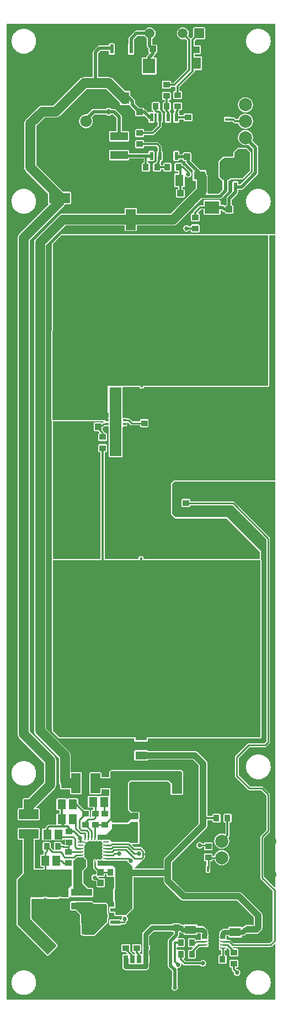
<source format=gtl>
G04*
G04 #@! TF.GenerationSoftware,Altium Limited,Altium Designer,20.2.7 (254)*
G04*
G04 Layer_Physical_Order=1*
G04 Layer_Color=255*
%FSLAX44Y44*%
%MOMM*%
G71*
G04*
G04 #@! TF.SameCoordinates,09A48B07-2891-40CF-AB4D-50A5A77D63B2*
G04*
G04*
G04 #@! TF.FilePolarity,Positive*
G04*
G01*
G75*
%ADD13C,0.2540*%
%ADD15C,0.2000*%
%ADD16C,0.5000*%
%ADD24R,1.0000X0.9000*%
%ADD25R,1.2700X0.7620*%
%ADD26R,2.5400X2.6670*%
%ADD27R,1.3000X1.8000*%
%ADD28R,1.0000X1.0000*%
%ADD29R,1.3000X1.5000*%
%ADD30R,1.6000X3.2000*%
%ADD31R,0.9000X1.0000*%
%ADD32R,0.4000X0.8500*%
%ADD33R,1.0000X1.0000*%
%ADD34R,1.5000X0.6000*%
G04:AMPARAMS|DCode=35|XSize=1.6mm|YSize=3.2mm|CornerRadius=0mm|HoleSize=0mm|Usage=FLASHONLY|Rotation=45.000|XOffset=0mm|YOffset=0mm|HoleType=Round|Shape=Rectangle|*
%AMROTATEDRECTD35*
4,1,4,0.5657,-1.6971,-1.6971,0.5657,-0.5657,1.6971,1.6971,-0.5657,0.5657,-1.6971,0.0*
%
%ADD35ROTATEDRECTD35*%

%ADD36R,1.8000X1.3000*%
%ADD37R,0.8500X0.4000*%
%ADD38R,1.9500X2.3000*%
%ADD39R,0.6000X1.3000*%
%ADD40R,2.7000X1.3000*%
%ADD41R,3.2000X1.6000*%
G04:AMPARAMS|DCode=42|XSize=1.9mm|YSize=3.2mm|CornerRadius=0mm|HoleSize=0mm|Usage=FLASHONLY|Rotation=180.000|XOffset=0mm|YOffset=0mm|HoleType=Round|Shape=Octagon|*
%AMOCTAGOND42*
4,1,8,0.4750,-1.6000,-0.4750,-1.6000,-0.9500,-1.1250,-0.9500,1.1250,-0.4750,1.6000,0.4750,1.6000,0.9500,1.1250,0.9500,-1.1250,0.4750,-1.6000,0.0*
%
%ADD42OCTAGOND42*%

%ADD43R,0.6000X1.4000*%
%ADD44R,0.6000X1.8000*%
%ADD45R,0.5000X0.4000*%
%ADD46R,0.5000X0.7500*%
%ADD47R,1.8000X1.8000*%
%ADD48R,1.1000X3.2000*%
%ADD49R,3.2000X1.1000*%
%ADD50R,0.9000X1.1500*%
%ADD51R,0.8000X1.1500*%
%ADD52R,0.7000X1.1500*%
%ADD53R,0.7620X1.2700*%
%ADD54R,2.6670X2.5400*%
%ADD55R,2.3000X1.9500*%
%ADD56R,2.4500X2.4500*%
%ADD57O,0.9500X0.2500*%
%ADD58O,0.2500X0.9500*%
%ADD59R,1.5800X2.3400*%
%ADD60R,0.8500X0.2500*%
G04:AMPARAMS|DCode=61|XSize=0.2mm|YSize=0.2mm|CornerRadius=0.05mm|HoleSize=0mm|Usage=FLASHONLY|Rotation=165.000|XOffset=0mm|YOffset=0mm|HoleType=Round|Shape=RoundedRectangle|*
%AMROUNDEDRECTD61*
21,1,0.2000,0.1000,0,0,165.0*
21,1,0.1000,0.2000,0,0,165.0*
1,1,0.1000,-0.0354,0.0612*
1,1,0.1000,0.0612,0.0354*
1,1,0.1000,0.0354,-0.0612*
1,1,0.1000,-0.0612,-0.0354*
%
%ADD61ROUNDEDRECTD61*%
%ADD110R,0.9000X0.9000*%
%ADD111R,0.9000X0.9000*%
%ADD112R,0.2000X0.2000*%
%ADD113C,0.3000*%
%ADD114C,1.5000*%
%ADD115C,0.7500*%
%ADD116C,1.0000*%
%ADD117C,3.5000*%
%ADD118C,1.8000*%
%ADD119C,1.5000*%
%ADD120C,2.0000*%
%ADD121R,2.9000X2.5000*%
%ADD122R,6.0000X5.0000*%
%ADD123R,4.0000X5.0000*%
%ADD124R,1.5000X1.5000*%
%ADD125O,1.0000X1.7000*%
%ADD126C,0.6858*%
%ADD127C,1.0000*%
%ADD128C,0.5080*%
G36*
X416115Y1174750D02*
X405000Y1174750D01*
Y1174750D01*
X404899Y1174650D01*
X88000Y1174650D01*
X86834Y1174166D01*
X73811Y1161144D01*
X73570Y1160563D01*
X73328Y1159983D01*
X72354Y890906D01*
X72354Y890904D01*
X72354Y890903D01*
X72590Y890329D01*
X72833Y889737D01*
X72834Y889737D01*
X72835Y889735D01*
X73250Y889319D01*
Y676000D01*
X73350D01*
Y415000D01*
X73834Y413834D01*
X83834Y403834D01*
X85000Y403350D01*
X199350D01*
Y400000D01*
X199834Y398834D01*
X201000Y398350D01*
X219000D01*
X220166Y398834D01*
X220650Y400000D01*
Y403350D01*
X393000D01*
X394166Y403834D01*
X394650Y405000D01*
Y676000D01*
X394166Y677166D01*
Y689834D01*
X342000Y742000D01*
X263000Y742000D01*
X258000Y747000D01*
X258000Y793000D01*
X261000Y796000D01*
X416115Y796000D01*
Y175823D01*
X414942Y175337D01*
X398599Y191680D01*
Y251320D01*
X407014Y259736D01*
X407014Y259736D01*
X407632Y260660D01*
X407849Y261750D01*
Y317607D01*
X407632Y318697D01*
X407014Y319621D01*
X407014Y319621D01*
X397621Y329014D01*
X396697Y329632D01*
X395607Y329849D01*
X395606Y329849D01*
X377180D01*
X359849Y347180D01*
Y373820D01*
X376180Y390151D01*
X400500D01*
X400500Y390151D01*
X401590Y390368D01*
X402514Y390986D01*
X407014Y395486D01*
X407014Y395486D01*
X407632Y396410D01*
X407849Y397500D01*
X407849Y397500D01*
Y709380D01*
X407632Y710470D01*
X407014Y711394D01*
X407014Y711394D01*
X353414Y764994D01*
X352490Y765612D01*
X351400Y765829D01*
X351400Y765829D01*
X285650D01*
Y768000D01*
X285166Y769166D01*
X284000Y769650D01*
X274000D01*
X272834Y769166D01*
X272350Y768000D01*
Y759000D01*
X272834Y757834D01*
X274000Y757350D01*
X284000D01*
X285166Y757834D01*
X285650Y759000D01*
Y760131D01*
X350220D01*
X402151Y708200D01*
Y398680D01*
X399320Y395849D01*
X375000D01*
X375000Y395849D01*
X373910Y395632D01*
X372986Y395014D01*
X354986Y377014D01*
X354368Y376090D01*
X354151Y375000D01*
X354151Y375000D01*
Y346000D01*
X354151Y346000D01*
X354368Y344910D01*
X354986Y343986D01*
X373986Y324986D01*
X373986Y324986D01*
X374910Y324368D01*
X376000Y324151D01*
X376000Y324151D01*
X394427D01*
X402151Y316427D01*
Y262930D01*
X393736Y254514D01*
X393118Y253590D01*
X392901Y252500D01*
X392901Y252500D01*
Y190500D01*
X392901Y190500D01*
X393118Y189410D01*
X393736Y188486D01*
X412071Y170150D01*
Y121250D01*
X412071Y121250D01*
Y94680D01*
X407560Y90169D01*
X352019D01*
X347773Y94414D01*
X346849Y95032D01*
X345759Y95249D01*
X345759Y95249D01*
X342062D01*
X341460Y96150D01*
Y98650D01*
X341020Y99712D01*
Y100088D01*
X341460Y101150D01*
Y101733D01*
X343781D01*
Y100610D01*
X344264Y99444D01*
X345430Y98961D01*
X363430D01*
X364596Y99444D01*
X365080Y100610D01*
Y101733D01*
X366120D01*
X368177Y102142D01*
X369922Y103308D01*
X371035Y104420D01*
X381020D01*
X381187Y104490D01*
X386820D01*
X388523Y104714D01*
X390110Y105371D01*
X391473Y106417D01*
X394403Y109347D01*
X395449Y110710D01*
X396106Y112297D01*
X396330Y114000D01*
Y132566D01*
X396106Y134270D01*
X395449Y135857D01*
X394403Y137219D01*
X365219Y166403D01*
X363857Y167449D01*
X362270Y168106D01*
X360566Y168330D01*
X277976D01*
X257830Y188476D01*
Y197500D01*
Y213774D01*
X309903Y265847D01*
X310949Y267210D01*
X311606Y268797D01*
X311830Y270500D01*
Y278417D01*
X319600D01*
Y276500D01*
X320084Y275334D01*
X321250Y274850D01*
X330250D01*
X331416Y275334D01*
X331900Y276500D01*
Y286500D01*
X331416Y287666D01*
X330250Y288150D01*
X321250D01*
X320084Y287666D01*
X319600Y286500D01*
Y284583D01*
X311830D01*
Y364750D01*
X311606Y366453D01*
X310949Y368040D01*
X309903Y369403D01*
X297153Y382153D01*
X295790Y383199D01*
X294203Y383856D01*
X292500Y384080D01*
X220616D01*
X220166Y385166D01*
X219000Y385650D01*
X201000D01*
X199834Y385166D01*
X199350Y384000D01*
Y371000D01*
X199834Y369834D01*
X201000Y369350D01*
X219000D01*
X220166Y369834D01*
X220616Y370920D01*
X289774D01*
X298670Y362024D01*
Y282000D01*
Y273226D01*
X246597Y221153D01*
X245551Y219790D01*
X244894Y218203D01*
X244670Y216500D01*
Y204080D01*
X200768D01*
X200282Y205254D01*
X202764Y207736D01*
X202764Y207736D01*
X215014Y219986D01*
X215014Y219986D01*
X215632Y220910D01*
X215849Y222000D01*
X215849Y222000D01*
Y230500D01*
X215849Y230500D01*
X215632Y231590D01*
X215014Y232514D01*
X215014Y232514D01*
X211014Y236514D01*
X210090Y237132D01*
X209000Y237349D01*
X209000Y237349D01*
X199430D01*
X196102Y240677D01*
X196588Y241850D01*
X197750D01*
X197750Y241850D01*
X205750D01*
X206916Y242334D01*
X207400Y243500D01*
Y275500D01*
X206916Y276666D01*
X206563Y276813D01*
Y278187D01*
X206916Y278334D01*
X207400Y279500D01*
Y289500D01*
X206916Y290666D01*
X205750Y291150D01*
X195683D01*
X191900Y294933D01*
X191900Y334567D01*
X194433Y337100D01*
X252103D01*
X255350Y334394D01*
Y319000D01*
X255834Y317834D01*
X257000Y317350D01*
X273000D01*
X274166Y317834D01*
X274650Y319000D01*
Y352000D01*
X274166Y353167D01*
X272666Y354666D01*
X271500Y355150D01*
X164500D01*
X163334Y354666D01*
X162084Y353416D01*
X161600Y352250D01*
X161600Y344150D01*
X149150D01*
Y350000D01*
X148666Y351166D01*
X147500Y351650D01*
X132500D01*
X131334Y351166D01*
X130850Y350000D01*
Y320000D01*
X131334Y318834D01*
X132500Y318350D01*
X147500D01*
X148666Y318834D01*
X149150Y320000D01*
Y325850D01*
X161600D01*
Y316142D01*
X160330Y315409D01*
X159750Y315650D01*
X146750D01*
X145584Y315166D01*
X145437Y314813D01*
X144063D01*
X143917Y315166D01*
X142750Y315650D01*
X129750D01*
X128584Y315166D01*
X128101Y314000D01*
Y299000D01*
X128584Y297834D01*
X129750Y297351D01*
X136901D01*
Y294150D01*
X134750D01*
X133584Y293666D01*
X133101Y292500D01*
Y283500D01*
X132437Y283339D01*
X131400Y284450D01*
Y292500D01*
X130917Y293666D01*
X129750Y294150D01*
X122629D01*
X113400Y303379D01*
Y310000D01*
X112916Y311166D01*
X111750Y311650D01*
X98750D01*
X97584Y311166D01*
X97437Y310813D01*
X96063D01*
X95916Y311166D01*
X94750Y311650D01*
X81750D01*
X80584Y311166D01*
X80100Y310000D01*
Y295000D01*
X80584Y293834D01*
X81750Y293350D01*
X85167D01*
Y288650D01*
X81750D01*
X80584Y288166D01*
X80100Y287000D01*
Y272000D01*
X79822Y271583D01*
X68750D01*
X68750Y271583D01*
X67570Y271348D01*
X66570Y270680D01*
X64070Y268180D01*
X63401Y267180D01*
X63167Y266000D01*
X61990Y265650D01*
X59750D01*
X58584Y265166D01*
X58101Y264000D01*
Y249000D01*
X58584Y247834D01*
X59750Y247350D01*
X72750D01*
X73916Y247834D01*
X74063Y248187D01*
X75437D01*
X75584Y247834D01*
X76750Y247350D01*
X89750D01*
X90916Y247834D01*
X91378Y248948D01*
X91640Y249057D01*
X92035Y249150D01*
X92258Y249014D01*
X93100Y248164D01*
Y240589D01*
X91830Y240448D01*
X91764Y240514D01*
X90840Y241132D01*
X89750Y241349D01*
X89750Y241349D01*
X88400D01*
Y243500D01*
X87916Y244666D01*
X86750Y245149D01*
X77750D01*
X76584Y244666D01*
X76100Y243500D01*
Y233500D01*
X76119Y233456D01*
X75042Y232737D01*
X71400Y236379D01*
Y243500D01*
X70916Y244666D01*
X69750Y245149D01*
X60750D01*
X59584Y244666D01*
X59100Y243500D01*
Y233500D01*
X59584Y232334D01*
X60415Y231989D01*
X60576Y231798D01*
X60878Y231018D01*
X60946Y230580D01*
X60618Y230090D01*
X60401Y229000D01*
X60401Y229000D01*
Y225650D01*
X56750D01*
X55584Y225166D01*
X55100Y224000D01*
Y209000D01*
X55584Y207834D01*
X56750Y207350D01*
X60401D01*
Y204150D01*
X46602D01*
Y234885D01*
X46650Y235000D01*
Y248350D01*
X52500D01*
X53666Y248834D01*
X54150Y250000D01*
Y265000D01*
X53666Y266166D01*
X52500Y266650D01*
X22500D01*
X21334Y266166D01*
X20851Y265000D01*
Y250000D01*
X21334Y248834D01*
X22500Y248350D01*
X28350D01*
Y235000D01*
X28398Y234885D01*
Y197731D01*
X19084Y188417D01*
X18600Y187250D01*
Y118750D01*
X19083Y117584D01*
X65413Y71254D01*
X65413Y71254D01*
X66579Y70771D01*
X66586Y70774D01*
X67746Y71254D01*
X81746Y85254D01*
X82229Y86420D01*
X81746Y87587D01*
X41400Y127933D01*
Y157616D01*
X41750Y157850D01*
X59750D01*
X60916Y158334D01*
X61400Y159500D01*
Y159850D01*
X64100D01*
Y159500D01*
X64584Y158334D01*
X65750Y157850D01*
X83750D01*
X84916Y158334D01*
X85400Y159500D01*
Y159850D01*
X87369D01*
X87584Y159334D01*
X88750Y158850D01*
X98750D01*
X99916Y159334D01*
X100400Y160500D01*
Y160873D01*
X101584Y161334D01*
X102750Y160851D01*
X134750D01*
X135916Y161334D01*
X136400Y162500D01*
Y173500D01*
X135916Y174666D01*
X134750Y175150D01*
X128433D01*
X121400Y182183D01*
Y200817D01*
X123861Y203279D01*
X126384Y205366D01*
X126423Y205439D01*
X126499Y205471D01*
X126713Y205987D01*
X126975Y206482D01*
X126950Y206561D01*
X126982Y206637D01*
Y208765D01*
X127078Y209250D01*
Y216250D01*
X126982Y216735D01*
Y217581D01*
X126770Y218093D01*
X126610Y218624D01*
X125778Y219644D01*
X125419Y219837D01*
X125131Y220124D01*
X124596Y220346D01*
X124375Y220881D01*
X124304Y220952D01*
X124017Y221644D01*
X122995Y222666D01*
X123113Y223918D01*
X123328Y225000D01*
X123113Y226082D01*
X122744Y226635D01*
X122589Y227500D01*
X122744Y228365D01*
X123113Y228918D01*
X123328Y230000D01*
X123113Y231082D01*
X122744Y231635D01*
X122589Y232500D01*
X122744Y233365D01*
X123113Y233918D01*
X123328Y235000D01*
X123113Y236082D01*
X122744Y236635D01*
X122589Y237500D01*
X122744Y238365D01*
X123113Y238918D01*
X123328Y240000D01*
X123275Y240268D01*
X124367Y241291D01*
X124597Y241229D01*
X125599Y241163D01*
X126550Y241486D01*
X127305Y242148D01*
X127749Y243049D01*
X127815Y244051D01*
X127492Y245001D01*
X127366Y245145D01*
X128136Y246098D01*
X128189Y246133D01*
X129250Y245922D01*
X130332Y246137D01*
X130885Y246507D01*
X131750Y246661D01*
X132615Y246507D01*
X133168Y246137D01*
X134250Y245922D01*
X135332Y246137D01*
X135885Y246507D01*
X136750Y246661D01*
X137615Y246507D01*
X138168Y246137D01*
X139250Y245922D01*
X140332Y246137D01*
X140885Y246507D01*
X141750Y246661D01*
X142615Y246507D01*
X143168Y246137D01*
X144250Y245922D01*
X145332Y246137D01*
X146026Y246600D01*
X147474D01*
X148168Y246137D01*
X149162Y245939D01*
X149250Y245922D01*
X150172Y245000D01*
X150189Y244912D01*
X150387Y243918D01*
X150757Y243365D01*
X150911Y242500D01*
X150757Y241635D01*
X150387Y241082D01*
X150172Y240000D01*
X150387Y238918D01*
X151000Y238000D01*
Y237000D01*
X150387Y236082D01*
X150172Y235000D01*
X150387Y233918D01*
X150757Y233365D01*
X150911Y232500D01*
X150757Y231635D01*
X150387Y231082D01*
X150172Y230000D01*
X150387Y228918D01*
X150757Y228365D01*
X150911Y227500D01*
X150757Y226635D01*
X150387Y226082D01*
X150172Y225000D01*
X150387Y223918D01*
X150757Y223365D01*
X150911Y222500D01*
X150757Y221635D01*
X150387Y221082D01*
X150189Y220088D01*
X150172Y220000D01*
X149250Y219078D01*
X149162Y219061D01*
X148168Y218863D01*
X147474Y218400D01*
X146026D01*
X145332Y218863D01*
X144250Y219078D01*
X143168Y218863D01*
X142250Y218250D01*
X141250D01*
X140332Y218863D01*
X139250Y219078D01*
X138168Y218863D01*
X137250Y218250D01*
X136637Y217332D01*
X136422Y216250D01*
Y212853D01*
X136401Y212750D01*
Y206000D01*
X136401Y206000D01*
X136618Y204910D01*
X137236Y203986D01*
X141350Y199871D01*
Y196144D01*
X140080Y195296D01*
X138757Y195559D01*
X136824Y195175D01*
X135186Y194080D01*
X134091Y192442D01*
X133707Y190509D01*
X134091Y188577D01*
X135186Y186938D01*
X136824Y185844D01*
X138757Y185459D01*
X140389Y185784D01*
X141350Y184930D01*
Y177750D01*
X141834Y176584D01*
X143000Y176101D01*
X153000D01*
X154166Y176584D01*
X154650Y177750D01*
Y187750D01*
X154166Y188916D01*
X153000Y189400D01*
X145711D01*
X144280Y190830D01*
X144806Y192101D01*
X153000D01*
X154166Y192584D01*
X154650Y193750D01*
Y195651D01*
X156851D01*
Y193250D01*
X157334Y192084D01*
X158500Y191600D01*
X167500D01*
X167830Y191737D01*
X169100Y190889D01*
Y174150D01*
X168750D01*
X167584Y173666D01*
X167101Y172500D01*
Y154500D01*
X167584Y153334D01*
X168750Y152851D01*
X169100D01*
Y145650D01*
X162750D01*
X161584Y145166D01*
X161101Y144000D01*
Y138000D01*
X161584Y136834D01*
X162750Y136350D01*
X169100D01*
Y133500D01*
X169584Y132334D01*
X170750Y131850D01*
X180484D01*
X181101Y130580D01*
X180334Y129433D01*
X179950Y127500D01*
X180145Y126518D01*
X178924Y126148D01*
X178916Y126166D01*
X177750Y126650D01*
X162750D01*
X161584Y126166D01*
X161101Y125000D01*
Y119000D01*
X161584Y117834D01*
X162750Y117350D01*
X177750D01*
X178916Y117834D01*
X179400Y119000D01*
Y119151D01*
X183500D01*
X183500Y119151D01*
X184590Y119368D01*
X185514Y119986D01*
X187014Y121486D01*
X187014Y121486D01*
X187632Y122410D01*
X187836Y123438D01*
X188571Y123929D01*
X189666Y125567D01*
X190050Y127500D01*
X189666Y129433D01*
X188571Y131071D01*
X188416Y131174D01*
X188328Y131379D01*
X188337Y132754D01*
X197916Y142334D01*
X198400Y143500D01*
Y190920D01*
X244670D01*
Y185750D01*
X244894Y184047D01*
X245551Y182460D01*
X246597Y181097D01*
X270597Y157097D01*
X271960Y156051D01*
X273547Y155394D01*
X275250Y155170D01*
X357841D01*
X383170Y129841D01*
Y117650D01*
X381187D01*
X381020Y117720D01*
X371020D01*
X369854Y117236D01*
X369477Y116327D01*
X368022Y116038D01*
X366277Y114872D01*
X365869Y114464D01*
X364623Y114712D01*
X364596Y114776D01*
X363430Y115260D01*
X345430D01*
X344264Y114776D01*
X343781Y113610D01*
Y112487D01*
X337390D01*
X335332Y112078D01*
X333588Y110912D01*
X331758Y109082D01*
X330592Y107338D01*
X330183Y105280D01*
Y104833D01*
X330144Y104816D01*
X329660Y103650D01*
Y101150D01*
X330100Y100088D01*
Y99712D01*
X329660Y98650D01*
Y96150D01*
X330144Y94984D01*
X330144Y94816D01*
X329660Y93650D01*
Y91150D01*
X330144Y89984D01*
X330144Y89816D01*
X329660Y88650D01*
Y86150D01*
X330144Y84984D01*
X330144Y84816D01*
X329660Y83650D01*
Y81150D01*
X330144Y79984D01*
X331310Y79500D01*
X332711D01*
Y72380D01*
X330490D01*
X329324Y71896D01*
X328840Y70730D01*
Y60730D01*
X329324Y59564D01*
X330490Y59081D01*
X339490D01*
X340656Y59564D01*
X341140Y60730D01*
Y70730D01*
X340656Y71896D01*
X339490Y72380D01*
X338409D01*
Y79500D01*
X339810D01*
X340976Y79984D01*
X341460Y81150D01*
Y82746D01*
X342730Y83272D01*
X345850Y80152D01*
Y71500D01*
X346334Y70334D01*
X347500Y69850D01*
X357500D01*
X358666Y70334D01*
X359150Y71500D01*
Y80500D01*
X358666Y81666D01*
X357500Y82149D01*
X351910D01*
X350858Y83201D01*
X351384Y84471D01*
X408740D01*
X408740Y84471D01*
X409830Y84688D01*
X410755Y85306D01*
X414942Y89493D01*
X416115Y89007D01*
Y3884D01*
X3884D01*
Y1496116D01*
X416115D01*
Y1174750D01*
D02*
G37*
G36*
Y798000D02*
X260000Y798000D01*
X256000Y794000D01*
X256000Y746150D01*
X262150Y740000D01*
X340750Y740000D01*
X392000Y688750D01*
Y677650D01*
X213650D01*
Y680500D01*
X213166Y681666D01*
X212000Y682150D01*
X208000D01*
X206834Y681666D01*
X206350Y680500D01*
Y677650D01*
X154083D01*
Y841350D01*
X156000D01*
X157166Y841834D01*
X157650Y843000D01*
Y852000D01*
X157166Y853166D01*
X156000Y853650D01*
X146000D01*
X144834Y853166D01*
X144350Y852000D01*
Y843000D01*
X144834Y841834D01*
X146000Y841350D01*
X147917D01*
Y677650D01*
X75000D01*
Y888350D01*
X152232D01*
X152357Y887080D01*
X151610Y886932D01*
X151280Y886712D01*
X150166Y886166D01*
X149000Y886650D01*
X139000D01*
X137834Y886166D01*
X137350Y885000D01*
Y875000D01*
X137834Y873834D01*
X139000Y873351D01*
X144621D01*
X146148Y871823D01*
X145665Y870511D01*
X144834Y870166D01*
X144350Y869000D01*
Y860000D01*
X144834Y858834D01*
X146000Y858350D01*
X156000D01*
X157166Y858834D01*
X157650Y860000D01*
Y869000D01*
X157166Y870166D01*
X156000Y870650D01*
X155026D01*
X153849Y871000D01*
X153632Y872090D01*
X153014Y873014D01*
X153014Y873014D01*
X150650Y875379D01*
Y879201D01*
X151490Y879368D01*
X152414Y879986D01*
X153607Y881179D01*
X153834Y881134D01*
X155000Y880650D01*
X160000D01*
X160350Y880416D01*
Y835000D01*
X160834Y833834D01*
X162000Y833350D01*
X180000D01*
X181166Y833834D01*
X181650Y835000D01*
Y879526D01*
X182920Y880650D01*
X187000D01*
X188166Y881134D01*
X188650Y882300D01*
Y886300D01*
X188937Y886680D01*
X190204Y886768D01*
X193486Y883486D01*
X193486Y883486D01*
X194410Y882868D01*
X195500Y882651D01*
X208350D01*
Y881000D01*
X208834Y879834D01*
X210000Y879350D01*
X220000D01*
X221166Y879834D01*
X221650Y881000D01*
Y890000D01*
X221166Y891166D01*
X220000Y891650D01*
X210000D01*
X208834Y891166D01*
X208350Y890000D01*
Y888349D01*
X196680D01*
X192714Y892314D01*
X191790Y892932D01*
X190700Y893149D01*
X190700Y893149D01*
X188298D01*
X188166Y893466D01*
X187000Y893950D01*
X182000D01*
X181650Y894184D01*
Y940000D01*
X181616Y940080D01*
X182465Y941350D01*
X207350D01*
Y940500D01*
X207834Y939334D01*
X209000Y938850D01*
X213000D01*
X214166Y939334D01*
X214650Y940500D01*
Y941350D01*
X405000D01*
X406166Y941834D01*
X406650Y943000D01*
Y1173000D01*
X416115D01*
Y798000D01*
D02*
G37*
G36*
X405000Y1173000D02*
Y1173000D01*
X405000D01*
Y943000D01*
X159000D01*
Y890000D01*
X74900D01*
X74003Y890900D01*
X74977Y1159977D01*
X88000Y1173000D01*
X405000Y1173000D01*
D02*
G37*
G36*
X180000Y835000D02*
X162000D01*
X162000Y940000D01*
X180000D01*
X180000Y835000D01*
D02*
G37*
G36*
X393000Y405000D02*
X85000D01*
X75000Y415000D01*
Y676000D01*
X393000D01*
Y405000D01*
D02*
G37*
G36*
X273000Y352000D02*
Y335000D01*
X257200Y335000D01*
X252700Y338750D01*
X193750D01*
X190250Y335250D01*
X190250Y294250D01*
X195000Y289500D01*
X201500D01*
Y279500D01*
X194000D01*
X189000Y274500D01*
X166750D01*
X163250Y278000D01*
X163250Y327500D01*
X147500D01*
Y320000D01*
X132500D01*
Y350000D01*
X147500D01*
Y342500D01*
X162500D01*
Y342500D01*
X163250D01*
X163250Y352250D01*
X164500Y353500D01*
X271500D01*
X273000Y352000D01*
D02*
G37*
G36*
X197750Y243500D02*
X193750D01*
X192000Y245250D01*
X165000D01*
X162000Y248250D01*
X144662D01*
X143778Y249161D01*
X144000Y256500D01*
X156500D01*
X171250Y271250D01*
Y271750D01*
X190250D01*
X194000Y275500D01*
X197750D01*
Y243500D01*
D02*
G37*
G36*
X52500Y250000D02*
X45000D01*
Y235000D01*
X30000D01*
Y250000D01*
X22500D01*
Y265000D01*
X52500D01*
Y250000D01*
D02*
G37*
G36*
X122851Y220478D02*
Y220250D01*
X123334Y219084D01*
X124500Y218601D01*
X125332Y217581D01*
X125332Y206637D01*
X122750Y204500D01*
X119750Y201500D01*
Y181500D01*
X127750Y173500D01*
Y170500D01*
X121750Y164500D01*
X106750D01*
X105750Y165500D01*
Y216287D01*
X110963Y221500D01*
X121828Y221500D01*
X122851Y220478D01*
D02*
G37*
G36*
X189560Y214690D02*
X189584Y214567D01*
X190679Y212929D01*
X192317Y211834D01*
X192440Y211810D01*
X196750Y207500D01*
Y143500D01*
X186750Y133500D01*
X170750D01*
X170750Y205000D01*
X167250Y208500D01*
X143750D01*
Y216750D01*
X187500D01*
X189560Y214690D01*
D02*
G37*
G36*
X339370Y97400D02*
X331750D01*
Y103750D01*
X339370D01*
Y97400D01*
D02*
G37*
G36*
X102750Y198500D02*
Y177750D01*
X98750Y173750D01*
X98750Y161500D01*
X41500D01*
X39750Y159750D01*
Y127250D01*
X80580Y86420D01*
X66579Y72421D01*
X20250Y118750D01*
Y187250D01*
X35500Y202500D01*
X98750Y202500D01*
X102750Y198500D01*
D02*
G37*
%LPC*%
G36*
X306900Y1491150D02*
X291900D01*
X290734Y1490666D01*
X290250Y1489500D01*
Y1477211D01*
X287512Y1474473D01*
X287074Y1474377D01*
X285860Y1474508D01*
X285830Y1474530D01*
X282184Y1478177D01*
X282792Y1479644D01*
X283102Y1482000D01*
X282792Y1484356D01*
X281882Y1486551D01*
X280436Y1488436D01*
X278551Y1489883D01*
X276356Y1490792D01*
X274000Y1491102D01*
X271644Y1490792D01*
X269449Y1489883D01*
X267564Y1488436D01*
X266118Y1486551D01*
X265208Y1484356D01*
X264898Y1482000D01*
X265208Y1479644D01*
X266118Y1477449D01*
X267564Y1475564D01*
X269449Y1474118D01*
X271644Y1473208D01*
X274000Y1472898D01*
X276356Y1473208D01*
X277823Y1473816D01*
X280917Y1470723D01*
Y1427277D01*
X259953Y1406313D01*
X255650D01*
Y1407730D01*
X255166Y1408896D01*
X254000Y1409379D01*
X244000D01*
X242834Y1408896D01*
X242350Y1407730D01*
Y1398730D01*
X242834Y1397563D01*
X244000Y1397080D01*
X254000D01*
X255166Y1397563D01*
X255650Y1398730D01*
Y1400147D01*
X261230D01*
X261230Y1400147D01*
X261647Y1400230D01*
X262917Y1399309D01*
Y1393650D01*
X261000D01*
X259834Y1393166D01*
X259350Y1392000D01*
Y1383000D01*
X259834Y1381834D01*
X261000Y1381351D01*
X271000D01*
X272166Y1381834D01*
X272650Y1383000D01*
Y1392000D01*
X272166Y1393166D01*
X271000Y1393650D01*
X269083D01*
Y1399723D01*
X291180Y1421820D01*
X291180Y1421820D01*
X291849Y1422820D01*
X292083Y1424000D01*
Y1425350D01*
X302000D01*
X303166Y1425834D01*
X303650Y1427000D01*
Y1445000D01*
X303166Y1446166D01*
X302000Y1446650D01*
X292083D01*
Y1450350D01*
X300000D01*
X301166Y1450834D01*
X301650Y1452000D01*
Y1462000D01*
X301166Y1463166D01*
X300000Y1463650D01*
X292083D01*
Y1470323D01*
X294611Y1472850D01*
X306900D01*
X308066Y1473334D01*
X308550Y1474500D01*
Y1489500D01*
X308066Y1490666D01*
X306900Y1491150D01*
D02*
G37*
G36*
X391477Y1488885D02*
X388523D01*
X388147Y1488810D01*
X387765D01*
X384867Y1488233D01*
X384513Y1488087D01*
X384138Y1488013D01*
X381408Y1486882D01*
X381090Y1486669D01*
X380737Y1486523D01*
X378280Y1484881D01*
X378009Y1484611D01*
X377691Y1484398D01*
X375602Y1482309D01*
X375389Y1481991D01*
X375119Y1481720D01*
X373477Y1479263D01*
X373331Y1478910D01*
X373118Y1478592D01*
X371987Y1475862D01*
X371913Y1475487D01*
X371766Y1475133D01*
X371190Y1472235D01*
Y1471853D01*
X371115Y1471477D01*
Y1468523D01*
X371190Y1468147D01*
Y1467765D01*
X371766Y1464867D01*
X371913Y1464513D01*
X371987Y1464138D01*
X373118Y1461408D01*
X373331Y1461090D01*
X373477Y1460737D01*
X375119Y1458280D01*
X375389Y1458009D01*
X375602Y1457691D01*
X377691Y1455602D01*
X378009Y1455389D01*
X378280Y1455119D01*
X380737Y1453477D01*
X381090Y1453331D01*
X381408Y1453118D01*
X384138Y1451987D01*
X384513Y1451913D01*
X384867Y1451766D01*
X387765Y1451190D01*
X388147D01*
X388523Y1451115D01*
X391477D01*
X391853Y1451190D01*
X392235D01*
X395133Y1451766D01*
X395487Y1451913D01*
X395862Y1451987D01*
X398592Y1453118D01*
X398910Y1453331D01*
X399263Y1453477D01*
X401720Y1455119D01*
X401991Y1455389D01*
X402309Y1455602D01*
X404398Y1457691D01*
X404611Y1458009D01*
X404881Y1458280D01*
X406523Y1460737D01*
X406669Y1461090D01*
X406882Y1461408D01*
X408013Y1464138D01*
X408087Y1464513D01*
X408233Y1464867D01*
X408810Y1467765D01*
Y1468147D01*
X408885Y1468523D01*
Y1471477D01*
X408810Y1471853D01*
Y1472235D01*
X408233Y1475133D01*
X408087Y1475487D01*
X408013Y1475862D01*
X406882Y1478592D01*
X406669Y1478910D01*
X406523Y1479263D01*
X404881Y1481720D01*
X404611Y1481991D01*
X404398Y1482309D01*
X402309Y1484398D01*
X401991Y1484611D01*
X401720Y1484881D01*
X399263Y1486523D01*
X398910Y1486669D01*
X398592Y1486882D01*
X395862Y1488013D01*
X395487Y1488087D01*
X395133Y1488233D01*
X392235Y1488810D01*
X391853D01*
X391477Y1488885D01*
D02*
G37*
G36*
X31477D02*
X28523D01*
X28147Y1488810D01*
X27765D01*
X24867Y1488233D01*
X24513Y1488087D01*
X24138Y1488013D01*
X21408Y1486882D01*
X21090Y1486669D01*
X20737Y1486523D01*
X18280Y1484881D01*
X18009Y1484611D01*
X17691Y1484398D01*
X15602Y1482309D01*
X15389Y1481991D01*
X15119Y1481720D01*
X13477Y1479263D01*
X13331Y1478910D01*
X13118Y1478592D01*
X11988Y1475862D01*
X11913Y1475487D01*
X11766Y1475133D01*
X11190Y1472235D01*
Y1471853D01*
X11115Y1471477D01*
Y1468523D01*
X11190Y1468147D01*
Y1467765D01*
X11766Y1464867D01*
X11913Y1464513D01*
X11988Y1464138D01*
X13118Y1461408D01*
X13331Y1461090D01*
X13477Y1460737D01*
X15119Y1458280D01*
X15389Y1458009D01*
X15602Y1457691D01*
X17691Y1455602D01*
X18009Y1455389D01*
X18280Y1455119D01*
X20737Y1453477D01*
X21090Y1453331D01*
X21408Y1453118D01*
X24138Y1451987D01*
X24513Y1451913D01*
X24867Y1451766D01*
X27765Y1451190D01*
X28147D01*
X28523Y1451115D01*
X31477D01*
X31853Y1451190D01*
X32235D01*
X35133Y1451766D01*
X35487Y1451913D01*
X35862Y1451987D01*
X38592Y1453118D01*
X38910Y1453331D01*
X39263Y1453477D01*
X41720Y1455119D01*
X41991Y1455389D01*
X42309Y1455602D01*
X44398Y1457691D01*
X44611Y1458009D01*
X44881Y1458280D01*
X46523Y1460737D01*
X46669Y1461090D01*
X46882Y1461408D01*
X48012Y1464138D01*
X48087Y1464513D01*
X48233Y1464867D01*
X48810Y1467765D01*
Y1468147D01*
X48885Y1468523D01*
Y1471477D01*
X48810Y1471853D01*
Y1472235D01*
X48233Y1475133D01*
X48087Y1475487D01*
X48012Y1475862D01*
X46882Y1478592D01*
X46669Y1478910D01*
X46523Y1479263D01*
X44881Y1481720D01*
X44611Y1481991D01*
X44398Y1482309D01*
X42309Y1484398D01*
X41991Y1484611D01*
X41720Y1484881D01*
X39263Y1486523D01*
X38910Y1486669D01*
X38592Y1486882D01*
X35862Y1488013D01*
X35487Y1488087D01*
X35133Y1488233D01*
X32235Y1488810D01*
X31853D01*
X31477Y1488885D01*
D02*
G37*
G36*
X168000Y1466649D02*
X162000D01*
X160834Y1466166D01*
X160350Y1465000D01*
Y1463103D01*
X146000D01*
X144430Y1462791D01*
X143099Y1461901D01*
X137099Y1455901D01*
X136209Y1454570D01*
X135897Y1453000D01*
Y1415102D01*
X122872D01*
X120516Y1414792D01*
X118321Y1413882D01*
X116436Y1412436D01*
X75332Y1371332D01*
X58542D01*
X56186Y1371022D01*
X53991Y1370112D01*
X52106Y1368666D01*
X33564Y1350124D01*
X32118Y1348239D01*
X31208Y1346044D01*
X30898Y1343688D01*
Y1277000D01*
X31208Y1274644D01*
X32118Y1272449D01*
X33564Y1270564D01*
X67350Y1236778D01*
Y1221956D01*
X67834Y1220789D01*
X68013Y1219885D01*
X23564Y1175436D01*
X22118Y1173551D01*
X21208Y1171356D01*
X20898Y1169000D01*
Y410000D01*
X21208Y407644D01*
X22118Y405449D01*
X23564Y403564D01*
X61398Y365730D01*
Y336020D01*
X37028Y311650D01*
X30000D01*
X28834Y311166D01*
X28350Y310000D01*
Y296650D01*
X22500D01*
X21334Y296166D01*
X20851Y295000D01*
Y280000D01*
X21334Y278834D01*
X22500Y278350D01*
X52500D01*
X53666Y278834D01*
X54150Y280000D01*
Y295000D01*
X53666Y296166D01*
X52500Y296650D01*
X49431D01*
X48945Y297823D01*
X76936Y325814D01*
X78382Y327699D01*
X79292Y329894D01*
X79602Y332250D01*
Y369500D01*
X79292Y371856D01*
X78382Y374051D01*
X76936Y375936D01*
X39102Y413770D01*
Y1165230D01*
X91436Y1217564D01*
X92882Y1219449D01*
X93237Y1220306D01*
X101000D01*
X102166Y1220789D01*
X102650Y1221956D01*
Y1237956D01*
X102166Y1239122D01*
X101000Y1239605D01*
X90267D01*
X49102Y1280770D01*
Y1339918D01*
X62312Y1353128D01*
X79102D01*
X81458Y1353438D01*
X83653Y1354348D01*
X85538Y1355794D01*
X126642Y1396898D01*
X156730D01*
X177350Y1376278D01*
Y1374000D01*
X177834Y1372834D01*
X179000Y1372350D01*
X192000D01*
X193109Y1371435D01*
X193209Y1370930D01*
X194099Y1369599D01*
X201350Y1362347D01*
Y1356500D01*
X201834Y1355334D01*
X203000Y1354850D01*
X213000D01*
X214166Y1355334D01*
X215374Y1355574D01*
X220349Y1350599D01*
X221300Y1349963D01*
Y1347000D01*
X221784Y1345834D01*
X222950Y1345350D01*
X228950D01*
X230116Y1345834D01*
X230600Y1347000D01*
Y1359244D01*
X231474Y1359712D01*
X231870Y1359803D01*
X232770Y1359202D01*
X233950Y1358967D01*
X234000D01*
Y1347000D01*
X234484Y1345834D01*
X235567Y1345385D01*
Y1341477D01*
X226673Y1332583D01*
X214650D01*
Y1334000D01*
X214166Y1335166D01*
X213000Y1335650D01*
X203000D01*
X201834Y1335166D01*
X201350Y1334000D01*
Y1325000D01*
X201834Y1323834D01*
X203000Y1323351D01*
X213000D01*
X214166Y1323834D01*
X214650Y1325000D01*
Y1326417D01*
X227950D01*
X227950Y1326417D01*
X229130Y1326651D01*
X230130Y1327320D01*
X240830Y1338020D01*
X240830Y1338020D01*
X241499Y1339020D01*
X241733Y1340200D01*
X241733Y1340200D01*
Y1345385D01*
X242816Y1345834D01*
X243300Y1347000D01*
Y1360000D01*
X242816Y1361166D01*
X241650Y1361650D01*
X241614D01*
X241499Y1362230D01*
X240830Y1363230D01*
X240830Y1363230D01*
X239830Y1364230D01*
X238830Y1364899D01*
X238588Y1365351D01*
X238650Y1365500D01*
Y1375500D01*
X238166Y1376666D01*
X237000Y1377150D01*
X228000D01*
X226834Y1376666D01*
X226350Y1375500D01*
Y1365500D01*
X226834Y1364334D01*
X228000Y1363851D01*
X228240D01*
X228818Y1363678D01*
X229216Y1362757D01*
X229228Y1362655D01*
X228295Y1361650D01*
X222950D01*
X221784Y1361167D01*
X221452Y1361100D01*
X218151Y1364401D01*
X216820Y1365291D01*
X215250Y1365603D01*
X214650D01*
Y1366500D01*
X214166Y1367666D01*
X213000Y1368150D01*
X207153D01*
X201103Y1374199D01*
Y1378000D01*
X200791Y1379570D01*
X199901Y1380901D01*
X193650Y1387153D01*
Y1392000D01*
X193166Y1393166D01*
X192000Y1393649D01*
X185723D01*
X166936Y1412436D01*
X165051Y1413882D01*
X162856Y1414792D01*
X160500Y1415102D01*
X144103D01*
Y1451301D01*
X147699Y1454897D01*
X160350D01*
Y1451000D01*
X160834Y1449834D01*
X162000Y1449350D01*
X168000D01*
X169166Y1449834D01*
X169650Y1451000D01*
Y1465000D01*
X169166Y1466166D01*
X168000Y1466649D01*
D02*
G37*
G36*
X223200Y1491102D02*
X220844Y1490792D01*
X218649Y1489883D01*
X216764Y1488436D01*
X215318Y1486551D01*
X215132Y1486103D01*
X203000D01*
X201430Y1485791D01*
X200099Y1484901D01*
X192099Y1476901D01*
X191210Y1475570D01*
X190897Y1474000D01*
Y1466193D01*
X190834Y1466166D01*
X190350Y1465000D01*
Y1451000D01*
X190834Y1449834D01*
X192000Y1449350D01*
X198000D01*
X199166Y1449834D01*
X199650Y1451000D01*
Y1465000D01*
X199166Y1466166D01*
X199103Y1466193D01*
Y1472301D01*
X204699Y1477897D01*
X215132D01*
X215318Y1477449D01*
X216764Y1475564D01*
X218649Y1474118D01*
X219097Y1473932D01*
Y1462800D01*
X219410Y1461230D01*
X220299Y1459899D01*
X221350Y1458847D01*
Y1453000D01*
X221834Y1451834D01*
X222032Y1450835D01*
X219349Y1448151D01*
X218459Y1446820D01*
X218147Y1445250D01*
Y1445150D01*
X212500D01*
X211334Y1444666D01*
X210850Y1443500D01*
Y1420500D01*
X211334Y1419334D01*
X212500Y1418850D01*
X232000D01*
X233166Y1419334D01*
X233650Y1420500D01*
Y1443500D01*
X233166Y1444666D01*
X232000Y1445150D01*
X229611D01*
X229125Y1446323D01*
X230901Y1448099D01*
X231791Y1449430D01*
X232103Y1451000D01*
Y1451350D01*
X233000D01*
X234166Y1451834D01*
X234650Y1453000D01*
Y1463000D01*
X234166Y1464166D01*
X233000Y1464650D01*
X227303D01*
Y1473932D01*
X227751Y1474118D01*
X229636Y1475564D01*
X231082Y1477449D01*
X231992Y1479644D01*
X232302Y1482000D01*
X231992Y1484356D01*
X231082Y1486551D01*
X229636Y1488436D01*
X227751Y1489883D01*
X225556Y1490792D01*
X223200Y1491102D01*
D02*
G37*
G36*
X370220Y1384123D02*
X367212Y1383727D01*
X364408Y1382566D01*
X362001Y1380719D01*
X360154Y1378312D01*
X358993Y1375508D01*
X358597Y1372500D01*
X358993Y1369492D01*
X360154Y1366688D01*
X362001Y1364281D01*
X364408Y1362434D01*
X367212Y1361273D01*
X370220Y1360877D01*
X373228Y1361273D01*
X376032Y1362434D01*
X378439Y1364281D01*
X380286Y1366688D01*
X381447Y1369492D01*
X381843Y1372500D01*
X381447Y1375508D01*
X380286Y1378312D01*
X378439Y1380719D01*
X376032Y1382566D01*
X373228Y1383727D01*
X370220Y1384123D01*
D02*
G37*
G36*
X162250Y1367973D02*
X158250D01*
X157084Y1367490D01*
X156600Y1366324D01*
Y1366176D01*
X137300D01*
X135730Y1365864D01*
X134399Y1364975D01*
X127308Y1357883D01*
X125550Y1358115D01*
X122803Y1357753D01*
X120243Y1356693D01*
X118044Y1355006D01*
X116357Y1352807D01*
X115297Y1350247D01*
X114935Y1347500D01*
X115297Y1344753D01*
X116357Y1342193D01*
X118044Y1339994D01*
X120243Y1338307D01*
X122803Y1337247D01*
X125550Y1336885D01*
X128297Y1337247D01*
X130857Y1338307D01*
X133056Y1339994D01*
X134743Y1342193D01*
X135803Y1344753D01*
X136165Y1347500D01*
X135803Y1350247D01*
X134743Y1352807D01*
X134349Y1353320D01*
X139000Y1357971D01*
X156600D01*
Y1357823D01*
X157084Y1356657D01*
X158250Y1356174D01*
X162250D01*
X163416Y1356657D01*
X163900Y1357823D01*
Y1357971D01*
X167030D01*
X172147Y1352854D01*
Y1332650D01*
X162750D01*
X161584Y1332166D01*
X161100Y1331000D01*
Y1318000D01*
X161584Y1316834D01*
X162750Y1316350D01*
X189750D01*
X190916Y1316834D01*
X191400Y1318000D01*
Y1331000D01*
X190916Y1332166D01*
X189750Y1332650D01*
X180353D01*
Y1354553D01*
X180040Y1356123D01*
X179151Y1357454D01*
X171631Y1364975D01*
X170300Y1365864D01*
X168730Y1366176D01*
X163900D01*
Y1366324D01*
X163416Y1367490D01*
X162250Y1367973D01*
D02*
G37*
G36*
X370220Y1359123D02*
X367212Y1358727D01*
X364408Y1357566D01*
X362001Y1355719D01*
X360154Y1353312D01*
X359024Y1350583D01*
X355707D01*
X353787Y1352504D01*
X352786Y1353172D01*
X351607Y1353407D01*
X351606Y1353407D01*
X348546D01*
X348512Y1353490D01*
X347345Y1353973D01*
X338845D01*
X337679Y1353490D01*
X337196Y1352323D01*
Y1348324D01*
X337679Y1347157D01*
X338845Y1346674D01*
X347345D01*
X348512Y1347157D01*
X348546Y1347240D01*
X350329D01*
X352250Y1345320D01*
X353250Y1344651D01*
X354430Y1344417D01*
X354430Y1344417D01*
X359024D01*
X360154Y1341688D01*
X362001Y1339281D01*
X364408Y1337434D01*
X367212Y1336273D01*
X370220Y1335877D01*
X373228Y1336273D01*
X376032Y1337434D01*
X378439Y1339281D01*
X380286Y1341688D01*
X381447Y1344492D01*
X381843Y1347500D01*
X381447Y1350508D01*
X380286Y1353312D01*
X378439Y1355719D01*
X376032Y1357566D01*
X373228Y1358727D01*
X370220Y1359123D01*
D02*
G37*
G36*
X271000Y1376650D02*
X261000D01*
X259834Y1376166D01*
X259350Y1375000D01*
Y1366000D01*
X259834Y1364834D01*
X260548Y1364538D01*
X261133Y1363367D01*
X261172Y1363080D01*
X260967Y1362050D01*
X260967Y1362050D01*
Y1361615D01*
X259884Y1361166D01*
X259400Y1360000D01*
Y1347000D01*
X259884Y1345834D01*
X261050Y1345350D01*
X267050D01*
X268216Y1345834D01*
X268700Y1347000D01*
Y1350417D01*
X275350D01*
Y1349000D01*
X275834Y1347834D01*
X277000Y1347350D01*
X287000D01*
X288166Y1347834D01*
X288650Y1349000D01*
Y1358000D01*
X288166Y1359166D01*
X287000Y1359650D01*
X277000D01*
X275834Y1359166D01*
X275350Y1358000D01*
Y1356583D01*
X268700D01*
Y1360000D01*
X268216Y1361166D01*
X268566Y1362397D01*
X268848Y1362820D01*
X269083Y1364000D01*
X270260Y1364350D01*
X271000D01*
X272166Y1364834D01*
X272650Y1366000D01*
Y1375000D01*
X272166Y1376166D01*
X271000Y1376650D01*
D02*
G37*
G36*
X254000Y1392379D02*
X244000D01*
X242834Y1391896D01*
X242350Y1390730D01*
Y1381730D01*
X242834Y1380564D01*
X244000Y1380080D01*
X246417D01*
Y1377150D01*
X245000D01*
X243834Y1376666D01*
X243350Y1375500D01*
Y1365500D01*
X243834Y1364334D01*
X245000Y1363851D01*
X245574D01*
X246417Y1363000D01*
X246651Y1361820D01*
X247147Y1361078D01*
X246700Y1360000D01*
Y1347000D01*
X247184Y1345834D01*
X248350Y1345350D01*
X254350D01*
X255516Y1345834D01*
X256000Y1347000D01*
Y1360000D01*
X255516Y1361166D01*
X254350Y1361650D01*
X254334D01*
X254198Y1362330D01*
X254024Y1362591D01*
X254020Y1362809D01*
X254533Y1364071D01*
X255166Y1364334D01*
X255650Y1365500D01*
Y1375500D01*
X255166Y1376666D01*
X254000Y1377150D01*
X252583D01*
Y1380080D01*
X254000D01*
X255166Y1380564D01*
X255650Y1381730D01*
Y1390730D01*
X255166Y1391896D01*
X254000Y1392379D01*
D02*
G37*
G36*
X358750Y1306650D02*
X357584Y1306167D01*
X352333Y1300916D01*
X351850Y1299750D01*
X351850Y1294767D01*
X350732Y1293650D01*
X336925Y1293650D01*
X336882Y1293632D01*
X336838Y1293647D01*
X336305Y1293393D01*
X335759Y1293167D01*
X335741Y1293124D01*
X335699Y1293104D01*
X334028Y1291247D01*
X333834Y1291167D01*
X329084Y1286416D01*
X328600Y1285250D01*
Y1262750D01*
X329084Y1261584D01*
X333834Y1256834D01*
X335000Y1256350D01*
X335100D01*
Y1242653D01*
X329301Y1236853D01*
X312413D01*
X311576Y1238123D01*
X311792Y1238644D01*
X312102Y1241000D01*
Y1262000D01*
X311792Y1264356D01*
X310882Y1266551D01*
X310400Y1267180D01*
Y1271000D01*
X309916Y1272166D01*
X308750Y1272650D01*
X300653D01*
X286592Y1286710D01*
X286666Y1287084D01*
X287150Y1288250D01*
Y1298250D01*
X286666Y1299416D01*
X285500Y1299900D01*
X275500D01*
X274334Y1299416D01*
X273850Y1298250D01*
Y1297103D01*
X268700D01*
Y1301000D01*
X268216Y1302166D01*
X267050Y1302650D01*
X261050D01*
X259884Y1302166D01*
X259400Y1301000D01*
Y1288000D01*
X259884Y1286834D01*
X261050Y1286351D01*
X267050D01*
X268216Y1286834D01*
X268700Y1288000D01*
Y1288897D01*
X273850D01*
Y1288250D01*
X274334Y1287084D01*
X275500Y1286600D01*
X277897D01*
Y1285500D01*
X278209Y1283930D01*
X279099Y1282599D01*
X289568Y1272129D01*
X289100Y1271000D01*
Y1258000D01*
X289584Y1256834D01*
X290750Y1256350D01*
X293898D01*
Y1244770D01*
X289356Y1240228D01*
X289356Y1240228D01*
X255303Y1206176D01*
X203900D01*
Y1213074D01*
X203416Y1214240D01*
X202250Y1214723D01*
X186250D01*
X185084Y1214240D01*
X184600Y1213074D01*
Y1206176D01*
X90253D01*
X87897Y1205865D01*
X85702Y1204956D01*
X83817Y1203510D01*
X48564Y1168257D01*
X47118Y1166372D01*
X46208Y1164177D01*
X45898Y1161821D01*
Y415000D01*
X46208Y412644D01*
X47118Y410449D01*
X48564Y408564D01*
X83999Y373130D01*
Y338100D01*
X84309Y335745D01*
X85218Y333549D01*
X85850Y332725D01*
Y327500D01*
X86334Y326334D01*
X87500Y325850D01*
X100850D01*
Y320000D01*
X101334Y318834D01*
X102500Y318350D01*
X117500D01*
X118666Y318834D01*
X119150Y320000D01*
Y350000D01*
X118666Y351166D01*
X117500Y351650D01*
X102500D01*
X102202Y351848D01*
Y376900D01*
X101892Y379255D01*
X100983Y381451D01*
X99536Y383335D01*
X64102Y418770D01*
Y1158051D01*
X94023Y1187972D01*
X184600D01*
Y1181074D01*
X185084Y1179907D01*
X186250Y1179424D01*
X202250D01*
X203416Y1179907D01*
X203900Y1181074D01*
Y1187972D01*
X259074D01*
X261429Y1188282D01*
X263624Y1189191D01*
X265510Y1190638D01*
X302228Y1227356D01*
X302228Y1227356D01*
X303519Y1228647D01*
X331000D01*
X332570Y1228960D01*
X333901Y1229849D01*
X342403Y1238351D01*
X342750D01*
X343916Y1238834D01*
X344400Y1240000D01*
Y1256350D01*
X344500D01*
X345666Y1256834D01*
X347433Y1258600D01*
X365645D01*
X366812Y1259084D01*
X378293Y1270565D01*
X378776Y1271732D01*
X378776Y1299623D01*
X378293Y1300790D01*
X372916Y1306166D01*
X371750Y1306649D01*
X358750Y1306650D01*
D02*
G37*
G36*
X189750Y1303650D02*
X162750D01*
X161584Y1303166D01*
X161100Y1302000D01*
Y1289000D01*
X161584Y1287834D01*
X162750Y1287350D01*
X189750D01*
X190916Y1287834D01*
X191400Y1289000D01*
Y1290397D01*
X214367D01*
Y1283650D01*
X212950D01*
X211784Y1283166D01*
X211300Y1282000D01*
Y1272000D01*
X211784Y1270834D01*
X212950Y1270350D01*
X221950D01*
X223116Y1270834D01*
X223600Y1272000D01*
Y1282000D01*
X223116Y1283166D01*
X221950Y1283650D01*
X220533D01*
Y1286534D01*
X221784Y1286834D01*
X222950Y1286351D01*
X228950D01*
X230116Y1286834D01*
X230600Y1288000D01*
Y1301000D01*
X230116Y1302166D01*
X228950Y1302650D01*
X222950D01*
X221784Y1302166D01*
X221300Y1301000D01*
Y1298603D01*
X191400D01*
Y1302000D01*
X190916Y1303166D01*
X189750Y1303650D01*
D02*
G37*
G36*
X213000Y1318650D02*
X203000D01*
X201834Y1318167D01*
X201350Y1317000D01*
Y1308000D01*
X201834Y1306834D01*
X203000Y1306351D01*
X213000D01*
X214166Y1306834D01*
X214650Y1308000D01*
Y1309417D01*
X233223D01*
X235567Y1307073D01*
Y1302615D01*
X234484Y1302166D01*
X234000Y1301000D01*
Y1288000D01*
X234481Y1286841D01*
X232270Y1284630D01*
X231615Y1283650D01*
X229950D01*
X228784Y1283166D01*
X228300Y1282000D01*
Y1272000D01*
X228784Y1270834D01*
X229950Y1270350D01*
X238950D01*
X240116Y1270834D01*
X240599Y1272000D01*
Y1273917D01*
X244350D01*
Y1272000D01*
X244834Y1270834D01*
X246000Y1270350D01*
X255000D01*
X256166Y1270834D01*
X256650Y1272000D01*
Y1282000D01*
X256166Y1283166D01*
X255000Y1283650D01*
X246000D01*
X244834Y1283166D01*
X244350Y1282000D01*
Y1280083D01*
X240599D01*
Y1282000D01*
X240116Y1283166D01*
X240453Y1284402D01*
X240499Y1284470D01*
X240733Y1285650D01*
X241650Y1286351D01*
X242816Y1286834D01*
X243300Y1288000D01*
Y1301000D01*
X242816Y1302166D01*
X241733Y1302615D01*
Y1308350D01*
X241733Y1308350D01*
X241499Y1309530D01*
X240830Y1310530D01*
X240830Y1310530D01*
X236680Y1314680D01*
X235680Y1315349D01*
X234500Y1315583D01*
X234500Y1315583D01*
X214650D01*
Y1317000D01*
X214166Y1318167D01*
X213000Y1318650D01*
D02*
G37*
G36*
X272000Y1283650D02*
X263000D01*
X261834Y1283166D01*
X261350Y1282000D01*
Y1272000D01*
X261834Y1270834D01*
X263000Y1270350D01*
X267267D01*
Y1267650D01*
X262350D01*
X261184Y1267166D01*
X260700Y1266000D01*
Y1248000D01*
X261184Y1246834D01*
X262350Y1246350D01*
X267267D01*
Y1243650D01*
X265350D01*
X264184Y1243166D01*
X263700Y1242000D01*
Y1232000D01*
X264184Y1230834D01*
X265350Y1230350D01*
X275350D01*
X276516Y1230834D01*
X277000Y1232000D01*
Y1242000D01*
X276516Y1243166D01*
X275350Y1243650D01*
X273433D01*
Y1246350D01*
X275350D01*
X276516Y1246834D01*
X276999Y1248000D01*
Y1263281D01*
X278270Y1263666D01*
X278929Y1262679D01*
X280567Y1261584D01*
X282500Y1261200D01*
X284433Y1261584D01*
X286071Y1262679D01*
X287166Y1264317D01*
X287550Y1266250D01*
X287166Y1268183D01*
X286071Y1269821D01*
X285752Y1270034D01*
X285267Y1270760D01*
X285266Y1270760D01*
X276847Y1279180D01*
X275846Y1279848D01*
X274667Y1280083D01*
X273650Y1280815D01*
Y1282000D01*
X273166Y1283166D01*
X272000Y1283650D01*
D02*
G37*
G36*
X370220Y1334123D02*
X367212Y1333727D01*
X364408Y1332566D01*
X362001Y1330719D01*
X360154Y1328312D01*
X358993Y1325508D01*
X358597Y1322500D01*
X358993Y1319492D01*
X360154Y1316688D01*
X362001Y1314281D01*
X364408Y1312434D01*
X367212Y1311273D01*
X370220Y1310877D01*
X373228Y1311273D01*
X374937Y1311980D01*
X381522Y1305396D01*
Y1270182D01*
X362442Y1251103D01*
X359400D01*
Y1254000D01*
X358916Y1255166D01*
X357750Y1255650D01*
X351750D01*
X350584Y1255166D01*
X350100Y1254000D01*
Y1240000D01*
X350129Y1239931D01*
X342349Y1232151D01*
X341460Y1230820D01*
X341147Y1229250D01*
Y1219150D01*
X340250D01*
X339084Y1218666D01*
X338527Y1218556D01*
X337732Y1218723D01*
X336508Y1219540D01*
X334938Y1219853D01*
X332150D01*
Y1225500D01*
X331666Y1226666D01*
X330500Y1227150D01*
X307500D01*
X306334Y1226666D01*
X305850Y1225500D01*
Y1218833D01*
X301000D01*
X301000Y1218833D01*
X299820Y1218598D01*
X298820Y1217930D01*
X291070Y1210180D01*
X290401Y1209180D01*
X290167Y1208000D01*
X290167Y1208000D01*
Y1206650D01*
X288250D01*
X287084Y1206166D01*
X286600Y1205000D01*
Y1196000D01*
X287084Y1194834D01*
X288250Y1194350D01*
X298250D01*
X299416Y1194834D01*
X299900Y1196000D01*
Y1205000D01*
X299416Y1206166D01*
X298250Y1206650D01*
X298056D01*
X297530Y1207920D01*
X302277Y1212667D01*
X305850D01*
Y1206000D01*
X306334Y1204834D01*
X307500Y1204350D01*
X330500D01*
X331666Y1204834D01*
X332150Y1206000D01*
Y1211210D01*
X333420Y1211466D01*
X335287Y1209599D01*
X336618Y1208709D01*
X338188Y1208397D01*
X338600D01*
Y1207500D01*
X339084Y1206334D01*
X340250Y1205850D01*
X350250D01*
X351416Y1206334D01*
X351900Y1207500D01*
Y1217500D01*
X351416Y1218666D01*
X350250Y1219150D01*
X349353D01*
Y1227551D01*
X357651Y1235849D01*
X358540Y1237180D01*
X358853Y1238750D01*
Y1238807D01*
X358916Y1238834D01*
X359400Y1240000D01*
Y1242897D01*
X364142D01*
X365712Y1243210D01*
X367043Y1244099D01*
X388526Y1265582D01*
X389415Y1266913D01*
X389728Y1268483D01*
Y1307095D01*
X389415Y1308665D01*
X388526Y1309996D01*
X380740Y1317783D01*
X381447Y1319492D01*
X381843Y1322500D01*
X381447Y1325508D01*
X380286Y1328312D01*
X378439Y1330719D01*
X376032Y1332566D01*
X373228Y1333727D01*
X370220Y1334123D01*
D02*
G37*
G36*
X391477Y1243885D02*
X388523D01*
X388147Y1243810D01*
X387765D01*
X384867Y1243233D01*
X384513Y1243087D01*
X384138Y1243012D01*
X381408Y1241882D01*
X381090Y1241669D01*
X380737Y1241523D01*
X378280Y1239881D01*
X378009Y1239611D01*
X377691Y1239398D01*
X375602Y1237309D01*
X375389Y1236991D01*
X375119Y1236720D01*
X373477Y1234263D01*
X373331Y1233910D01*
X373118Y1233592D01*
X371987Y1230862D01*
X371913Y1230487D01*
X371766Y1230133D01*
X371190Y1227235D01*
Y1226853D01*
X371115Y1226477D01*
Y1223523D01*
X371190Y1223147D01*
Y1222765D01*
X371766Y1219867D01*
X371913Y1219513D01*
X371987Y1219138D01*
X373118Y1216408D01*
X373331Y1216090D01*
X373477Y1215737D01*
X375119Y1213280D01*
X375389Y1213009D01*
X375602Y1212691D01*
X377691Y1210602D01*
X378009Y1210389D01*
X378280Y1210119D01*
X380737Y1208477D01*
X381090Y1208331D01*
X381408Y1208118D01*
X384138Y1206988D01*
X384513Y1206913D01*
X384867Y1206766D01*
X387765Y1206190D01*
X388147D01*
X388523Y1206115D01*
X391477D01*
X391853Y1206190D01*
X392235D01*
X395133Y1206766D01*
X395487Y1206913D01*
X395862Y1206988D01*
X398592Y1208118D01*
X398910Y1208331D01*
X399263Y1208477D01*
X401720Y1210119D01*
X401991Y1210389D01*
X402309Y1210602D01*
X404398Y1212691D01*
X404611Y1213009D01*
X404881Y1213280D01*
X406523Y1215737D01*
X406669Y1216090D01*
X406882Y1216408D01*
X408013Y1219138D01*
X408087Y1219513D01*
X408233Y1219867D01*
X408810Y1222765D01*
Y1223147D01*
X408885Y1223523D01*
Y1226477D01*
X408810Y1226853D01*
Y1227235D01*
X408233Y1230133D01*
X408087Y1230487D01*
X408013Y1230862D01*
X406882Y1233592D01*
X406669Y1233910D01*
X406523Y1234263D01*
X404881Y1236720D01*
X404611Y1236991D01*
X404398Y1237309D01*
X402309Y1239398D01*
X401991Y1239611D01*
X401720Y1239881D01*
X399263Y1241523D01*
X398910Y1241669D01*
X398592Y1241882D01*
X395862Y1243012D01*
X395487Y1243087D01*
X395133Y1243233D01*
X392235Y1243810D01*
X391853D01*
X391477Y1243885D01*
D02*
G37*
G36*
X31477D02*
X28523D01*
X28147Y1243810D01*
X27765D01*
X24867Y1243233D01*
X24513Y1243087D01*
X24138Y1243012D01*
X21408Y1241882D01*
X21090Y1241669D01*
X20737Y1241523D01*
X18280Y1239881D01*
X18009Y1239611D01*
X17691Y1239398D01*
X15602Y1237309D01*
X15389Y1236991D01*
X15119Y1236720D01*
X13477Y1234263D01*
X13331Y1233910D01*
X13118Y1233592D01*
X11988Y1230862D01*
X11913Y1230487D01*
X11766Y1230133D01*
X11190Y1227235D01*
Y1226853D01*
X11115Y1226477D01*
Y1223523D01*
X11190Y1223147D01*
Y1222765D01*
X11766Y1219867D01*
X11913Y1219513D01*
X11988Y1219138D01*
X13118Y1216408D01*
X13331Y1216090D01*
X13477Y1215737D01*
X15119Y1213280D01*
X15389Y1213009D01*
X15602Y1212691D01*
X17691Y1210602D01*
X18009Y1210389D01*
X18280Y1210119D01*
X20737Y1208477D01*
X21090Y1208331D01*
X21408Y1208118D01*
X24138Y1206988D01*
X24513Y1206913D01*
X24867Y1206766D01*
X27765Y1206190D01*
X28147D01*
X28523Y1206115D01*
X31477D01*
X31853Y1206190D01*
X32235D01*
X35133Y1206766D01*
X35487Y1206913D01*
X35862Y1206988D01*
X38592Y1208118D01*
X38910Y1208331D01*
X39263Y1208477D01*
X41720Y1210119D01*
X41991Y1210389D01*
X42309Y1210602D01*
X44398Y1212691D01*
X44611Y1213009D01*
X44881Y1213280D01*
X46523Y1215737D01*
X46669Y1216090D01*
X46882Y1216408D01*
X48012Y1219138D01*
X48087Y1219513D01*
X48233Y1219867D01*
X48810Y1222765D01*
Y1223147D01*
X48885Y1223523D01*
Y1226477D01*
X48810Y1226853D01*
Y1227235D01*
X48233Y1230133D01*
X48087Y1230487D01*
X48012Y1230862D01*
X46882Y1233592D01*
X46669Y1233910D01*
X46523Y1234263D01*
X44881Y1236720D01*
X44611Y1236991D01*
X44398Y1237309D01*
X42309Y1239398D01*
X41991Y1239611D01*
X41720Y1239881D01*
X39263Y1241523D01*
X38910Y1241669D01*
X38592Y1241882D01*
X35862Y1243012D01*
X35487Y1243087D01*
X35133Y1243233D01*
X32235Y1243810D01*
X31853D01*
X31477Y1243885D01*
D02*
G37*
G36*
X298250Y1189650D02*
X288250D01*
X287084Y1189166D01*
X286600Y1188000D01*
Y1186583D01*
X283647D01*
X283321Y1187071D01*
X281682Y1188166D01*
X279750Y1188550D01*
X277817Y1188166D01*
X276179Y1187071D01*
X275084Y1185433D01*
X274700Y1183500D01*
X275084Y1181567D01*
X276179Y1179929D01*
X277817Y1178834D01*
X279750Y1178450D01*
X281682Y1178834D01*
X283321Y1179929D01*
X283647Y1180417D01*
X286600D01*
Y1179000D01*
X287084Y1177834D01*
X288250Y1177350D01*
X298250D01*
X299416Y1177834D01*
X299900Y1179000D01*
Y1188000D01*
X299416Y1189166D01*
X298250Y1189650D01*
D02*
G37*
G36*
X391477Y378885D02*
X388523D01*
X388147Y378810D01*
X387765D01*
X384867Y378233D01*
X384513Y378087D01*
X384138Y378013D01*
X381408Y376882D01*
X381090Y376669D01*
X380737Y376523D01*
X378280Y374881D01*
X378009Y374611D01*
X377691Y374398D01*
X375602Y372309D01*
X375389Y371991D01*
X375119Y371720D01*
X373477Y369263D01*
X373331Y368910D01*
X373118Y368592D01*
X371987Y365862D01*
X371913Y365487D01*
X371766Y365133D01*
X371190Y362235D01*
Y361853D01*
X371115Y361477D01*
Y358523D01*
X371190Y358147D01*
Y357765D01*
X371766Y354867D01*
X371913Y354513D01*
X371987Y354138D01*
X373118Y351408D01*
X373331Y351090D01*
X373477Y350737D01*
X375119Y348280D01*
X375389Y348009D01*
X375602Y347691D01*
X377691Y345602D01*
X378009Y345389D01*
X378280Y345119D01*
X380737Y343477D01*
X381090Y343331D01*
X381408Y343118D01*
X384138Y341987D01*
X384513Y341913D01*
X384867Y341766D01*
X387765Y341190D01*
X388147D01*
X388523Y341115D01*
X391477D01*
X391853Y341190D01*
X392235D01*
X395133Y341766D01*
X395487Y341913D01*
X395862Y341987D01*
X398592Y343118D01*
X398910Y343331D01*
X399263Y343477D01*
X401720Y345119D01*
X401991Y345389D01*
X402309Y345602D01*
X404398Y347691D01*
X404611Y348009D01*
X404881Y348280D01*
X406523Y350737D01*
X406669Y351090D01*
X406882Y351408D01*
X408013Y354138D01*
X408087Y354513D01*
X408233Y354867D01*
X408810Y357765D01*
Y358147D01*
X408885Y358523D01*
Y361477D01*
X408810Y361853D01*
Y362235D01*
X408233Y365133D01*
X408087Y365487D01*
X408013Y365862D01*
X406882Y368592D01*
X406669Y368910D01*
X406523Y369263D01*
X404881Y371720D01*
X404611Y371991D01*
X404398Y372309D01*
X402309Y374398D01*
X401991Y374611D01*
X401720Y374881D01*
X399263Y376523D01*
X398910Y376669D01*
X398592Y376882D01*
X395862Y378013D01*
X395487Y378087D01*
X395133Y378233D01*
X392235Y378810D01*
X391853D01*
X391477Y378885D01*
D02*
G37*
G36*
X31477Y368885D02*
X28523D01*
X28147Y368810D01*
X27765D01*
X24867Y368234D01*
X24513Y368087D01*
X24138Y368013D01*
X21408Y366882D01*
X21090Y366669D01*
X20737Y366523D01*
X18280Y364881D01*
X18009Y364611D01*
X17691Y364398D01*
X15602Y362309D01*
X15389Y361991D01*
X15119Y361720D01*
X13477Y359263D01*
X13331Y358910D01*
X13118Y358592D01*
X11988Y355862D01*
X11913Y355487D01*
X11766Y355133D01*
X11190Y352235D01*
Y351853D01*
X11115Y351477D01*
Y348523D01*
X11190Y348147D01*
Y347765D01*
X11766Y344867D01*
X11913Y344513D01*
X11988Y344138D01*
X13118Y341408D01*
X13331Y341090D01*
X13477Y340737D01*
X15119Y338280D01*
X15389Y338009D01*
X15602Y337691D01*
X17691Y335602D01*
X18009Y335389D01*
X18280Y335119D01*
X20737Y333477D01*
X21090Y333331D01*
X21408Y333118D01*
X24138Y331987D01*
X24513Y331913D01*
X24867Y331766D01*
X27765Y331190D01*
X28147D01*
X28523Y331115D01*
X31477D01*
X31853Y331190D01*
X32235D01*
X35133Y331766D01*
X35487Y331913D01*
X35862Y331987D01*
X38592Y333118D01*
X38910Y333331D01*
X39263Y333477D01*
X41720Y335119D01*
X41991Y335389D01*
X42309Y335602D01*
X44398Y337691D01*
X44611Y338009D01*
X44881Y338280D01*
X46523Y340737D01*
X46669Y341090D01*
X46882Y341408D01*
X48012Y344138D01*
X48087Y344513D01*
X48233Y344867D01*
X48810Y347765D01*
Y348147D01*
X48885Y348523D01*
Y351477D01*
X48810Y351853D01*
Y352235D01*
X48233Y355133D01*
X48087Y355487D01*
X48012Y355862D01*
X46882Y358592D01*
X46669Y358910D01*
X46523Y359263D01*
X44881Y361720D01*
X44611Y361991D01*
X44398Y362309D01*
X42309Y364398D01*
X41991Y364611D01*
X41720Y364881D01*
X39263Y366523D01*
X38910Y366669D01*
X38592Y366882D01*
X35862Y368013D01*
X35487Y368087D01*
X35133Y368234D01*
X32235Y368810D01*
X31853D01*
X31477Y368885D01*
D02*
G37*
G36*
X347250Y288150D02*
X338250D01*
X337084Y287666D01*
X336600Y286500D01*
Y276500D01*
X337084Y275334D01*
X338250Y274850D01*
X339667D01*
Y257808D01*
X338397Y256959D01*
X336808Y257617D01*
X333800Y258013D01*
X330792Y257617D01*
X327988Y256456D01*
X325581Y254609D01*
X323734Y252202D01*
X322573Y249398D01*
X322177Y246390D01*
X322573Y243382D01*
X323734Y240578D01*
X325581Y238171D01*
X327988Y236324D01*
X330792Y235163D01*
X333800Y234767D01*
X336808Y235163D01*
X339612Y236324D01*
X342019Y238171D01*
X343866Y240578D01*
X345027Y243382D01*
X345423Y246390D01*
X345027Y249398D01*
X343897Y252127D01*
X344930Y253160D01*
X344930Y253160D01*
X345598Y254160D01*
X345833Y255340D01*
X345833Y255340D01*
Y274850D01*
X347250D01*
X348416Y275334D01*
X348900Y276500D01*
Y286500D01*
X348416Y287666D01*
X347250Y288150D01*
D02*
G37*
G36*
X300000Y245050D02*
X298067Y244666D01*
X296429Y243571D01*
X295334Y241933D01*
X294950Y240000D01*
X295334Y238067D01*
X296429Y236429D01*
X298067Y235334D01*
X300000Y234950D01*
X301933Y235334D01*
X303571Y236429D01*
X304053Y237151D01*
X306600D01*
Y234000D01*
X307084Y232834D01*
X308250Y232350D01*
X318250D01*
X319416Y232834D01*
X319900Y234000D01*
Y243000D01*
X319416Y244166D01*
X318250Y244650D01*
X308250D01*
X307084Y244166D01*
X306600Y243000D01*
Y242849D01*
X304053D01*
X303571Y243571D01*
X301933Y244666D01*
X300000Y245050D01*
D02*
G37*
G36*
X333800Y232613D02*
X330792Y232217D01*
X327988Y231056D01*
X325581Y229209D01*
X323734Y226802D01*
X322573Y223998D01*
X322552Y223839D01*
X319900D01*
Y226000D01*
X319416Y227166D01*
X318250Y227650D01*
X308250D01*
X307084Y227166D01*
X306600Y226000D01*
Y217000D01*
X307084Y215834D01*
X308250Y215350D01*
X310401D01*
Y209505D01*
X309584Y209166D01*
X309100Y208000D01*
Y199500D01*
X309584Y198334D01*
X310750Y197850D01*
X314750D01*
X315916Y198334D01*
X316400Y199500D01*
Y208000D01*
X316099Y208726D01*
Y215350D01*
X318250D01*
X319416Y215834D01*
X319900Y217000D01*
Y218141D01*
X322552D01*
X322573Y217982D01*
X323734Y215178D01*
X325581Y212771D01*
X327988Y210924D01*
X330792Y209763D01*
X333800Y209366D01*
X336808Y209763D01*
X339612Y210924D01*
X342019Y212771D01*
X343866Y215178D01*
X345027Y217982D01*
X345423Y220990D01*
X345027Y223998D01*
X343866Y226802D01*
X342019Y229209D01*
X339612Y231056D01*
X336808Y232217D01*
X333800Y232613D01*
D02*
G37*
G36*
X134750Y154150D02*
X102750D01*
X101584Y153666D01*
X101101Y152500D01*
Y141500D01*
X101584Y140334D01*
X102750Y139850D01*
X110067D01*
X116100Y133817D01*
Y119500D01*
X116584Y118334D01*
X117100Y118119D01*
Y106500D01*
X117100Y106500D01*
Y103500D01*
X117584Y102334D01*
X118750Y101850D01*
X121067D01*
X121584Y101334D01*
X122750Y100850D01*
X137750D01*
X138916Y101334D01*
X158916Y121334D01*
X159400Y122500D01*
Y127120D01*
X159916Y127334D01*
X160400Y128500D01*
Y134500D01*
X159916Y135666D01*
X159400Y135880D01*
Y148500D01*
X158916Y149666D01*
X156916Y151666D01*
X155750Y152150D01*
X137433D01*
X135917Y153666D01*
X135916Y153666D01*
X134750Y154150D01*
D02*
G37*
G36*
X269260Y120260D02*
X259260D01*
X258094Y119776D01*
X257767Y118987D01*
X226930D01*
X224872Y118578D01*
X223128Y117412D01*
X223128Y117412D01*
X213348Y107632D01*
X212182Y105888D01*
X211773Y103830D01*
Y74231D01*
X210687Y73510D01*
X209549Y73793D01*
X209130Y74420D01*
X209130Y74420D01*
X208243Y75307D01*
X208700Y76646D01*
X209466Y76964D01*
X209950Y78130D01*
Y87130D01*
X209466Y88296D01*
X208300Y88780D01*
X198300D01*
X197134Y88296D01*
X196651Y87130D01*
Y78130D01*
X197134Y76964D01*
X198300Y76480D01*
X199200D01*
X200217Y75890D01*
X200452Y74710D01*
X200608Y74475D01*
X199992Y73380D01*
X198818Y73302D01*
X193440Y78681D01*
Y87130D01*
X192956Y88296D01*
X191790Y88780D01*
X181790D01*
X180624Y88296D01*
X180140Y87130D01*
Y78130D01*
X180624Y76964D01*
X181790Y76480D01*
X186919D01*
X189097Y74303D01*
X188611Y73130D01*
X182750D01*
X181584Y72646D01*
X181101Y71480D01*
Y59980D01*
X181373Y59323D01*
Y54300D01*
X181782Y52242D01*
X182948Y50498D01*
X184692Y49332D01*
X186750Y48923D01*
X217150D01*
X219208Y49332D01*
X220952Y50498D01*
X222118Y52242D01*
X222527Y54300D01*
Y59323D01*
X222800Y59980D01*
Y71480D01*
X222527Y72137D01*
Y79884D01*
X223636Y80344D01*
X224120Y81510D01*
Y85510D01*
X223636Y86676D01*
X222527Y87136D01*
Y101603D01*
X229157Y108233D01*
X257767D01*
X258094Y107444D01*
X259260Y106960D01*
X260157D01*
Y104260D01*
X252469Y96571D01*
X251579Y95240D01*
X251267Y93670D01*
Y55570D01*
X251579Y54000D01*
X252469Y52669D01*
X257617Y47521D01*
Y25325D01*
X257054Y24483D01*
X256670Y22550D01*
X257054Y20617D01*
X258149Y18979D01*
X259788Y17884D01*
X261720Y17500D01*
X263653Y17884D01*
X265291Y18979D01*
X266386Y20617D01*
X266770Y22550D01*
X266386Y24483D01*
X265823Y25325D01*
Y49220D01*
X265511Y50790D01*
X265132Y51357D01*
X265896Y52500D01*
X266800Y52320D01*
X268733Y52704D01*
X270371Y53799D01*
X271466Y55437D01*
X271850Y57370D01*
X271611Y58573D01*
X272781Y59198D01*
X274780Y57200D01*
X274780Y57200D01*
X275780Y56532D01*
X276960Y56297D01*
X276960Y56297D01*
X301003D01*
X301329Y55809D01*
X302967Y54714D01*
X304900Y54330D01*
X306833Y54714D01*
X308471Y55809D01*
X309566Y57448D01*
X309950Y59380D01*
X309566Y61313D01*
X308471Y62951D01*
X306833Y64046D01*
X304900Y64430D01*
X302967Y64046D01*
X301329Y62951D01*
X301003Y62463D01*
X278237D01*
X275270Y65430D01*
X275372Y65995D01*
X275709Y66787D01*
X276666Y67184D01*
X277150Y68350D01*
Y78350D01*
X276666Y79516D01*
X275500Y80000D01*
X266500D01*
X266073Y79823D01*
X264803Y80645D01*
Y83835D01*
X266073Y84657D01*
X266500Y84480D01*
X275500D01*
X276666Y84964D01*
X277150Y86130D01*
Y96130D01*
X276666Y97296D01*
X275500Y97780D01*
X267078D01*
X266552Y99050D01*
X267161Y99659D01*
X268050Y100990D01*
X268363Y102560D01*
Y106960D01*
X269260D01*
X269808Y107187D01*
X269878Y107118D01*
X271622Y105952D01*
X273680Y105543D01*
X275201D01*
Y104420D01*
X275684Y103254D01*
X276850Y102771D01*
X294850D01*
X296017Y103254D01*
X296500Y104420D01*
Y105543D01*
X300910D01*
X301618Y104273D01*
X301360Y103650D01*
Y101150D01*
X301800Y100088D01*
Y99712D01*
X301360Y98650D01*
Y96150D01*
X300758Y95249D01*
X294521D01*
X294521Y95249D01*
X294150Y95554D01*
Y96130D01*
X293666Y97296D01*
X292500Y97780D01*
X283500D01*
X282334Y97296D01*
X281850Y96130D01*
Y86130D01*
X282334Y84964D01*
X283500Y84480D01*
X289414D01*
X289900Y83307D01*
X286592Y80000D01*
X283500D01*
X282334Y79516D01*
X281850Y78350D01*
Y68350D01*
X282334Y67184D01*
X283500Y66701D01*
X292500D01*
X293666Y67184D01*
X294150Y68350D01*
Y78350D01*
X293813Y79163D01*
X299201Y84551D01*
X302887D01*
X303010Y84501D01*
X311510D01*
X312676Y84984D01*
X313160Y86150D01*
Y88650D01*
X312677Y89816D01*
X312676Y89984D01*
X313160Y91150D01*
Y93650D01*
X312677Y94816D01*
X312676Y94984D01*
X313160Y96150D01*
Y98650D01*
X312720Y99712D01*
Y100088D01*
X313160Y101150D01*
Y103650D01*
X312676Y104816D01*
X312637Y104833D01*
Y107820D01*
X312637Y107820D01*
X312228Y109878D01*
X311062Y111622D01*
X311062Y111622D01*
X307962Y114722D01*
X306218Y115888D01*
X304160Y116297D01*
X296500D01*
Y117420D01*
X296017Y118586D01*
X294850Y119070D01*
X276850D01*
X275684Y118586D01*
X275587Y118353D01*
X275576Y118340D01*
X274033Y117920D01*
X273048Y118578D01*
X270990Y118987D01*
X270753D01*
X270426Y119776D01*
X269260Y120260D01*
D02*
G37*
G36*
X357500Y65150D02*
X347500D01*
X346334Y64666D01*
X345850Y63500D01*
Y54500D01*
X346334Y53334D01*
X347500Y52850D01*
X349417D01*
Y50000D01*
X349417Y50000D01*
X349651Y48820D01*
X350320Y47820D01*
X352564Y45575D01*
X352450Y45000D01*
X352834Y43067D01*
X353929Y41429D01*
X355568Y40334D01*
X357500Y39950D01*
X359433Y40334D01*
X361071Y41429D01*
X362166Y43067D01*
X362550Y45000D01*
X362166Y46933D01*
X361071Y48571D01*
X359433Y49666D01*
X357500Y50050D01*
X356925Y49936D01*
X355583Y51277D01*
Y52850D01*
X357500D01*
X358666Y53334D01*
X359150Y54500D01*
Y63500D01*
X358666Y64666D01*
X357500Y65150D01*
D02*
G37*
G36*
X391477Y48885D02*
X388523D01*
X388147Y48810D01*
X387765D01*
X384867Y48233D01*
X384513Y48087D01*
X384138Y48012D01*
X381408Y46882D01*
X381090Y46669D01*
X380737Y46523D01*
X378280Y44881D01*
X378009Y44611D01*
X377691Y44398D01*
X375602Y42309D01*
X375389Y41991D01*
X375119Y41720D01*
X373477Y39263D01*
X373331Y38910D01*
X373118Y38592D01*
X371987Y35862D01*
X371913Y35487D01*
X371766Y35133D01*
X371190Y32235D01*
Y31853D01*
X371115Y31477D01*
Y28523D01*
X371190Y28147D01*
Y27765D01*
X371766Y24867D01*
X371913Y24513D01*
X371987Y24138D01*
X373118Y21408D01*
X373331Y21090D01*
X373477Y20737D01*
X375119Y18280D01*
X375389Y18009D01*
X375602Y17691D01*
X377691Y15602D01*
X378009Y15389D01*
X378280Y15119D01*
X380737Y13477D01*
X381090Y13331D01*
X381408Y13118D01*
X384138Y11988D01*
X384513Y11913D01*
X384867Y11766D01*
X387765Y11190D01*
X388147D01*
X388523Y11115D01*
X391477D01*
X391853Y11190D01*
X392235D01*
X395133Y11766D01*
X395487Y11913D01*
X395862Y11988D01*
X398592Y13118D01*
X398910Y13331D01*
X399263Y13477D01*
X401720Y15119D01*
X401991Y15389D01*
X402309Y15602D01*
X404398Y17691D01*
X404611Y18009D01*
X404881Y18280D01*
X406523Y20737D01*
X406669Y21090D01*
X406882Y21408D01*
X408013Y24138D01*
X408087Y24513D01*
X408233Y24867D01*
X408810Y27765D01*
Y28147D01*
X408885Y28523D01*
Y31477D01*
X408810Y31853D01*
Y32235D01*
X408233Y35133D01*
X408087Y35487D01*
X408013Y35862D01*
X406882Y38592D01*
X406669Y38910D01*
X406523Y39263D01*
X404881Y41720D01*
X404611Y41991D01*
X404398Y42309D01*
X402309Y44398D01*
X401991Y44611D01*
X401720Y44881D01*
X399263Y46523D01*
X398910Y46669D01*
X398592Y46882D01*
X395862Y48012D01*
X395487Y48087D01*
X395133Y48233D01*
X392235Y48810D01*
X391853D01*
X391477Y48885D01*
D02*
G37*
G36*
X31477D02*
X28523D01*
X28147Y48810D01*
X27765D01*
X24867Y48233D01*
X24513Y48087D01*
X24138Y48012D01*
X21408Y46882D01*
X21090Y46669D01*
X20737Y46523D01*
X18280Y44881D01*
X18009Y44611D01*
X17691Y44398D01*
X15602Y42309D01*
X15389Y41991D01*
X15119Y41720D01*
X13477Y39263D01*
X13331Y38910D01*
X13118Y38592D01*
X11988Y35862D01*
X11913Y35487D01*
X11766Y35133D01*
X11190Y32235D01*
Y31853D01*
X11115Y31477D01*
Y28523D01*
X11190Y28147D01*
Y27765D01*
X11766Y24867D01*
X11913Y24513D01*
X11988Y24138D01*
X13118Y21408D01*
X13331Y21090D01*
X13477Y20737D01*
X15119Y18280D01*
X15389Y18009D01*
X15602Y17691D01*
X17691Y15602D01*
X18009Y15389D01*
X18280Y15119D01*
X20737Y13477D01*
X21090Y13331D01*
X21408Y13118D01*
X24138Y11988D01*
X24513Y11913D01*
X24867Y11766D01*
X27765Y11190D01*
X28147D01*
X28523Y11115D01*
X31477D01*
X31853Y11190D01*
X32235D01*
X35133Y11766D01*
X35487Y11913D01*
X35862Y11988D01*
X38592Y13118D01*
X38910Y13331D01*
X39263Y13477D01*
X41720Y15119D01*
X41991Y15389D01*
X42309Y15602D01*
X44398Y17691D01*
X44611Y18009D01*
X44881Y18280D01*
X46523Y20737D01*
X46669Y21090D01*
X46882Y21408D01*
X48012Y24138D01*
X48087Y24513D01*
X48233Y24867D01*
X48810Y27765D01*
Y28147D01*
X48885Y28523D01*
Y31477D01*
X48810Y31853D01*
Y32235D01*
X48233Y35133D01*
X48087Y35487D01*
X48012Y35862D01*
X46882Y38592D01*
X46669Y38910D01*
X46523Y39263D01*
X44881Y41720D01*
X44611Y41991D01*
X44398Y42309D01*
X42309Y44398D01*
X41991Y44611D01*
X41720Y44881D01*
X39263Y46523D01*
X38910Y46669D01*
X38592Y46882D01*
X35862Y48012D01*
X35487Y48087D01*
X35133Y48233D01*
X32235Y48810D01*
X31853D01*
X31477Y48885D01*
D02*
G37*
%LPD*%
G36*
X45000Y295000D02*
X52500D01*
Y280000D01*
X22500D01*
Y295000D01*
X30000D01*
Y310000D01*
X45000D01*
Y295000D01*
D02*
G37*
G36*
X371750Y1305000D02*
X377127Y1299623D01*
X377127Y1271732D01*
X365645Y1260250D01*
X334500D01*
Y1289306D01*
X336925Y1292000D01*
X352166Y1292000D01*
X353500Y1293334D01*
X353500Y1299750D01*
X358750Y1305000D01*
X371750Y1305000D01*
D02*
G37*
G36*
X117500Y320000D02*
X102500D01*
Y327500D01*
X87500D01*
Y342500D01*
X102500D01*
Y350000D01*
X117500D01*
Y320000D01*
D02*
G37*
G36*
X136750Y150500D02*
X155750D01*
X157750Y148500D01*
Y122500D01*
X137750Y102500D01*
X122750D01*
X118750Y106500D01*
Y133500D01*
X110750Y141500D01*
Y152500D01*
X134750D01*
X136750Y150500D01*
D02*
G37*
G36*
X311070Y97400D02*
X303450D01*
Y103750D01*
X311070D01*
Y97400D01*
D02*
G37*
D13*
X213000Y226250D02*
Y230500D01*
Y222000D02*
Y226250D01*
X218750D02*
X219000Y226000D01*
X213000Y226250D02*
X218750D01*
X186500Y233500D02*
X200000Y220000D01*
X211000D02*
X213000Y222000D01*
X200000Y220000D02*
X211000D01*
X144000Y882000D02*
X150400D01*
X279000Y762980D02*
X351400D01*
X400500Y393000D02*
X405000Y397500D01*
X375000Y393000D02*
X400500D01*
X357000Y375000D02*
X375000Y393000D01*
X357000Y346000D02*
Y375000D01*
Y346000D02*
X376000Y327000D01*
X395607D01*
X405000Y317607D01*
Y261750D02*
Y317607D01*
X91750Y212500D02*
X98750D01*
X351010Y73350D02*
Y79021D01*
X405000Y397500D02*
Y709380D01*
X351400Y762980D02*
X405000Y709380D01*
X395750Y252500D02*
X405000Y261750D01*
X395750Y190500D02*
Y252500D01*
Y190500D02*
X414920Y171330D01*
Y121250D02*
Y171330D01*
X312750Y203750D02*
X313250Y204250D01*
Y221500D01*
X313760Y220990D01*
X333800D01*
X311750Y240000D02*
X313250Y238500D01*
X300000Y240000D02*
X311750D01*
X199000Y227500D02*
X206750D01*
X188750Y237750D02*
X199000Y227500D01*
X167250Y237750D02*
X188750D01*
X169000Y227000D02*
X176250D01*
X168750Y233500D02*
X186500D01*
X190750Y220000D02*
X194250Y216500D01*
X164500Y235000D02*
X167250Y237750D01*
X165250Y230000D02*
X168750Y233500D01*
X167000Y225000D02*
X169000Y227000D01*
X170250Y122000D02*
X183500D01*
X144000Y878000D02*
Y880000D01*
Y882000D01*
X150400D02*
X152700Y884300D01*
X157500Y890300D02*
Y898050D01*
X152700Y884300D02*
X157500D01*
X144000Y878000D02*
X151000Y871000D01*
Y864500D02*
Y871000D01*
X195500Y885500D02*
X210000D01*
X190700Y890300D02*
X195500Y885500D01*
X184500Y890300D02*
X190700D01*
X288000Y73350D02*
Y77379D01*
Y91130D02*
X293251D01*
X294521Y92400D01*
X307260D01*
X298021Y87400D02*
X307260D01*
X288000Y77379D02*
X298021Y87400D01*
X335560Y92400D02*
X345759D01*
X335560Y87400D02*
X342631D01*
X351010Y79021D01*
X335560Y66300D02*
Y82400D01*
X334990Y65730D02*
X335560Y66300D01*
X87250Y252500D02*
X105750D01*
X83250Y256500D02*
X87250Y252500D01*
X99750Y238500D02*
Y244000D01*
X82250Y238500D02*
X89750D01*
X110250Y225000D02*
X117000D01*
X89750Y224500D02*
Y226500D01*
X65250Y238500D02*
X74250Y229500D01*
X86750D01*
X89750Y226500D01*
X107250Y230000D02*
X117000D01*
X111250Y235000D02*
X117000D01*
X105750Y252500D02*
X108750Y249500D01*
Y237500D02*
X111250Y235000D01*
X87750Y216500D02*
X91750Y212500D01*
X80250Y216500D02*
X87750D01*
X63250D02*
Y229000D01*
X65250Y231000D01*
Y238500D01*
X139250Y252250D02*
Y270500D01*
X139750Y271000D01*
X154750D01*
X154750Y271000D01*
X124750Y271000D02*
Y275500D01*
X128750Y279500D01*
X136750D01*
X139750Y282500D01*
Y288000D01*
X134250Y252250D02*
Y261500D01*
X124750Y271000D02*
X134250Y261500D01*
X129250Y252250D02*
Y260000D01*
X126750Y262500D02*
X129250Y260000D01*
X118750Y262500D02*
X126750D01*
X115750Y265500D02*
X118750Y262500D01*
X115750Y265500D02*
Y279000D01*
X124750Y288000D01*
X105250Y302500D02*
X110250D01*
X154750Y271000D02*
X165745Y281995D01*
X177750D01*
Y300000D01*
X181250Y303500D01*
Y326500D01*
X180255Y284500D02*
X200750D01*
X177750Y281995D02*
X180255Y284500D01*
X136250Y306500D02*
X139750Y303000D01*
Y288000D02*
Y303000D01*
X153250Y289500D02*
Y306500D01*
Y289500D02*
X154750Y288000D01*
X116814Y258436D02*
X123814D01*
X124250Y258000D01*
Y252250D02*
Y258000D01*
X105250Y279500D02*
X109750Y275000D01*
Y265500D02*
Y275000D01*
Y265500D02*
X116814Y258436D01*
X108750Y237500D02*
Y249500D01*
X106750Y229500D02*
X107250Y230000D01*
X98750D02*
Y237500D01*
Y229500D02*
Y230000D01*
X106750Y221500D02*
X110250Y225000D01*
X92750Y221500D02*
X106750D01*
X89750Y224500D02*
X92750Y221500D01*
X158250Y198500D02*
X158250Y198500D01*
X110250Y302500D02*
X124750Y288000D01*
X63250Y196000D02*
Y216500D01*
X98750Y237500D02*
X99750Y238500D01*
X89750D02*
X90750Y237500D01*
X98750D01*
X163000Y240000D02*
X165000Y242000D01*
X190750D01*
X198250Y234500D01*
X209000D01*
X213000Y230500D01*
X345759Y92400D02*
X350839Y87320D01*
X408740D02*
X414920Y93500D01*
Y121250D01*
X350839Y87320D02*
X408740D01*
X183500Y122000D02*
X185000Y123500D01*
Y127500D01*
X148500Y198500D02*
X158250D01*
X148500Y196750D02*
Y198500D01*
X139250Y206000D02*
Y212750D01*
X156500Y235000D02*
X164500D01*
X156500Y225000D02*
X167000D01*
X156500Y220000D02*
X190750D01*
X156500Y240000D02*
X163000D01*
X156500Y230000D02*
X165250D01*
X98750Y229500D02*
X106750D01*
X139250Y206000D02*
X148500Y196750D01*
D15*
X121400Y244750D02*
X125263Y243715D01*
D16*
X282000Y1285500D02*
X303000Y1264500D01*
X265550Y1293000D02*
X282000D01*
X385625Y1268483D02*
Y1307095D01*
X364142Y1247000D02*
X385625Y1268483D01*
X354750Y1247000D02*
X364142D01*
X146000Y1459000D02*
X165000D01*
X203000Y1482000D02*
X223200D01*
X195000Y1474000D02*
X203000Y1482000D01*
X195000Y1458000D02*
Y1474000D01*
X222250Y1432000D02*
Y1445250D01*
X228000Y1451000D01*
Y1458000D01*
X223200Y1462800D02*
X228000Y1458000D01*
X223200Y1462800D02*
Y1482000D01*
X140000Y1453000D02*
X146000Y1459000D01*
X140000Y1406000D02*
Y1453000D01*
X190000Y1385000D02*
X197000Y1378000D01*
Y1372500D02*
Y1378000D01*
X264050Y1294500D02*
X265550Y1293000D01*
X223250Y1353500D02*
X225950D01*
X215250Y1361500D02*
X223250Y1353500D01*
X208000Y1361500D02*
X215250D01*
X197000Y1372500D02*
X208000Y1361500D01*
X179000Y1295500D02*
X180000Y1294500D01*
X219000D01*
X225950D01*
X264260Y102560D02*
Y113610D01*
X255370Y93670D02*
X264260Y102560D01*
X255370Y55570D02*
Y93670D01*
Y55570D02*
X261720Y49220D01*
Y22550D02*
Y49220D01*
X176250Y1324500D02*
Y1354553D01*
X168730Y1362074D02*
X176250Y1354553D01*
X160250Y1362074D02*
X168730D01*
X137300D02*
X160250D01*
X125550Y1350323D02*
X137300Y1362074D01*
X282000Y1285500D02*
Y1293000D01*
X295792Y1233792D02*
X296833Y1232750D01*
X345250Y1229250D02*
X354750Y1238750D01*
X345250Y1212500D02*
Y1229250D01*
X354750Y1238750D02*
Y1247000D01*
X338188Y1212500D02*
X345250D01*
X334938Y1215750D02*
X338188Y1212500D01*
X319000Y1215750D02*
X334938D01*
X296833Y1232750D02*
X331000D01*
X339750Y1241500D01*
Y1249000D01*
X370220Y1322500D02*
X385625Y1307095D01*
X339750Y1249000D02*
Y1274000D01*
D24*
X139750Y288000D02*
D03*
Y271000D02*
D03*
X154750Y271000D02*
D03*
Y288000D02*
D03*
X124750Y288000D02*
D03*
Y271000D02*
D03*
X313250Y221500D02*
D03*
Y238500D02*
D03*
X98750Y230000D02*
D03*
Y213000D02*
D03*
X249000Y1403230D02*
D03*
Y1386230D02*
D03*
X282000Y1353500D02*
D03*
Y1336500D02*
D03*
X208000Y1329500D02*
D03*
Y1312500D02*
D03*
X279000Y780500D02*
D03*
Y763500D02*
D03*
X215000Y885500D02*
D03*
Y902500D02*
D03*
X151000Y847500D02*
D03*
Y864500D02*
D03*
X186790Y99630D02*
D03*
Y82630D02*
D03*
X203300Y99630D02*
D03*
Y82630D02*
D03*
X352500Y59000D02*
D03*
Y76000D02*
D03*
X293250Y1183500D02*
D03*
Y1200500D02*
D03*
X266000Y1387500D02*
D03*
Y1370500D02*
D03*
X99750Y244000D02*
D03*
Y261000D02*
D03*
D25*
X177750Y281995D02*
D03*
D26*
Y258500D02*
D03*
D27*
X210250Y326500D02*
D03*
X181250D02*
D03*
X210250Y303500D02*
D03*
X181250D02*
D03*
X146250Y163500D02*
D03*
X175250D02*
D03*
X95250Y128500D02*
D03*
X124250D02*
D03*
X324500Y1436000D02*
D03*
X295500D02*
D03*
X214500Y1383000D02*
D03*
X185500D02*
D03*
X239850Y1257000D02*
D03*
X268850D02*
D03*
D28*
X216750Y284500D02*
D03*
X200750D02*
D03*
X163500Y182500D02*
D03*
X179500D02*
D03*
X107750Y108500D02*
D03*
X123750D02*
D03*
X311000Y1457000D02*
D03*
X295000D02*
D03*
X244000Y1458000D02*
D03*
X228000D02*
D03*
X254350Y1237000D02*
D03*
X270350D02*
D03*
D29*
X136250Y306500D02*
D03*
X153250D02*
D03*
X88250Y302500D02*
D03*
X105250D02*
D03*
X88250Y279500D02*
D03*
X105250D02*
D03*
X80250Y216500D02*
D03*
X63250D02*
D03*
X66250Y256500D02*
D03*
X83250D02*
D03*
D30*
X265000Y285000D02*
D03*
Y335000D02*
D03*
X194250Y1247074D02*
D03*
Y1197074D02*
D03*
D31*
X325750Y281500D02*
D03*
X342750D02*
D03*
X180000Y198250D02*
D03*
X163000D02*
D03*
X65250Y238500D02*
D03*
X82250D02*
D03*
X232500Y1370500D02*
D03*
X249500D02*
D03*
X217450Y1277000D02*
D03*
X234450D02*
D03*
X267500D02*
D03*
X250500D02*
D03*
X334990Y65730D02*
D03*
X317990D02*
D03*
X271000Y91130D02*
D03*
X288000D02*
D03*
X271000Y73350D02*
D03*
X288000D02*
D03*
D32*
X312750Y203750D02*
D03*
Y180250D02*
D03*
X160250Y1338573D02*
D03*
Y1362074D02*
D03*
X211000Y944750D02*
D03*
Y921250D02*
D03*
X210000Y676250D02*
D03*
Y699750D02*
D03*
D33*
X148000Y182750D02*
D03*
Y198750D02*
D03*
X93750Y149500D02*
D03*
Y165500D02*
D03*
X280500Y1309250D02*
D03*
Y1293250D02*
D03*
X208000Y1345500D02*
D03*
Y1361500D02*
D03*
X144000Y896000D02*
D03*
Y880000D02*
D03*
X376020Y127070D02*
D03*
Y111070D02*
D03*
X264260Y129610D02*
D03*
Y113610D02*
D03*
X345250Y1196500D02*
D03*
Y1212500D02*
D03*
D34*
X170250Y122000D02*
D03*
Y141000D02*
D03*
X151250Y131500D02*
D03*
D35*
X62072Y90928D02*
D03*
X97428Y55572D02*
D03*
D36*
X74750Y137000D02*
D03*
Y166000D02*
D03*
X50750Y137000D02*
D03*
Y166000D02*
D03*
X299750Y1293500D02*
D03*
Y1264500D02*
D03*
X210000Y377500D02*
D03*
Y406500D02*
D03*
X354430Y136110D02*
D03*
Y107110D02*
D03*
X285850Y139920D02*
D03*
Y110920D02*
D03*
D37*
X319595Y1350323D02*
D03*
X343095D02*
D03*
X218220Y83510D02*
D03*
X241720D02*
D03*
D38*
X249750Y1432000D02*
D03*
X222250D02*
D03*
D39*
X264050Y1353500D02*
D03*
X251350D02*
D03*
X238650D02*
D03*
X225950D02*
D03*
X264050Y1294500D02*
D03*
X251350D02*
D03*
X238650D02*
D03*
X225950D02*
D03*
D40*
X176250Y1295500D02*
D03*
Y1324500D02*
D03*
D41*
X85000Y1229956D02*
D03*
X135000D02*
D03*
D42*
X339750Y1274000D02*
D03*
X180000Y1431000D02*
D03*
D43*
X354750Y1247000D02*
D03*
X324750D02*
D03*
X165000Y1458000D02*
D03*
X195000D02*
D03*
D44*
X339750Y1249000D02*
D03*
X180000Y1456000D02*
D03*
D45*
X184500Y884300D02*
D03*
Y890300D02*
D03*
X157500Y884300D02*
D03*
Y890300D02*
D03*
D46*
Y898050D02*
D03*
X184500D02*
D03*
D47*
X171000Y892000D02*
D03*
D48*
X200250Y259500D02*
D03*
X221250D02*
D03*
D49*
X118750Y147000D02*
D03*
Y168000D02*
D03*
D50*
X229450Y65730D02*
D03*
X174450D02*
D03*
D51*
X217150D02*
D03*
X186750D02*
D03*
D52*
X196950D02*
D03*
X206950D02*
D03*
D53*
X113245Y190500D02*
D03*
D54*
X89750D02*
D03*
D55*
X319000Y1215750D02*
D03*
Y1188250D02*
D03*
D56*
X136750Y232500D02*
D03*
D57*
X117000Y220000D02*
D03*
Y225000D02*
D03*
Y230000D02*
D03*
Y235000D02*
D03*
Y240000D02*
D03*
Y245000D02*
D03*
X156500D02*
D03*
Y240000D02*
D03*
Y235000D02*
D03*
Y230000D02*
D03*
Y225000D02*
D03*
Y220000D02*
D03*
D58*
X124250Y252250D02*
D03*
X129250D02*
D03*
X134250D02*
D03*
X139250D02*
D03*
X144250D02*
D03*
X149250D02*
D03*
Y212750D02*
D03*
X144250D02*
D03*
X139250D02*
D03*
X134250D02*
D03*
X129250D02*
D03*
X124250D02*
D03*
D59*
X321410Y92400D02*
D03*
D60*
X335560Y82400D02*
D03*
Y87400D02*
D03*
Y92400D02*
D03*
Y97400D02*
D03*
Y102400D02*
D03*
X307260Y82400D02*
D03*
Y87400D02*
D03*
Y92400D02*
D03*
Y97400D02*
D03*
Y102400D02*
D03*
D61*
X121400Y244750D02*
D03*
X125263Y243715D02*
D03*
D110*
X37500Y260000D02*
D03*
Y285000D02*
D03*
D111*
X137500Y335000D02*
D03*
X112500D02*
D03*
D112*
X155000Y27730D02*
D03*
D113*
X283086Y1266250D02*
Y1268580D01*
X270350Y1237000D02*
Y1274150D01*
X274666Y1277000D02*
X283086Y1268580D01*
X282500Y1266250D02*
X283086D01*
X289000Y1424000D02*
Y1471600D01*
X284000Y1426000D02*
Y1472000D01*
X264050Y1353500D02*
X264050Y1353500D01*
X282000D01*
X249000Y1386230D02*
X249500Y1385730D01*
Y1370500D02*
Y1385730D01*
X232500Y1363500D02*
Y1370500D01*
Y1363500D02*
X233950Y1362050D01*
X237650D01*
X238650Y1361050D01*
Y1353500D02*
Y1361050D01*
X266000Y1364000D02*
Y1370500D01*
X264050Y1362050D02*
X266000Y1364000D01*
X264050Y1353500D02*
Y1362050D01*
X249500Y1363000D02*
Y1370500D01*
Y1363000D02*
X251350Y1361150D01*
Y1353500D02*
Y1361150D01*
X238650Y1340200D02*
Y1353500D01*
X227950Y1329500D02*
X238650Y1340200D01*
X208000Y1329500D02*
X227950D01*
X208000Y1312500D02*
X234500D01*
X238650Y1308350D01*
Y1294500D02*
Y1308350D01*
X267500Y1277000D02*
X270350Y1274150D01*
X234450Y1277000D02*
Y1282450D01*
Y1277000D02*
X250500D01*
X217450Y1292950D02*
X219000Y1294500D01*
X217450Y1277000D02*
Y1292950D01*
X266000Y1387500D02*
Y1401000D01*
X270350Y1236000D02*
Y1237000D01*
X261230Y1403230D02*
X284000Y1426000D01*
X249000Y1403230D02*
X261230D01*
X299400Y1482000D02*
X300025Y1481375D01*
X274000Y1482000D02*
X284000Y1472000D01*
X289000Y1471600D02*
X299400Y1482000D01*
X266000Y1401000D02*
X289000Y1424000D01*
X234450Y1282450D02*
X237650Y1285650D01*
Y1293530D01*
X151000Y659500D02*
Y847500D01*
X305250Y282000D02*
X305750Y281500D01*
X325750D01*
X333800Y246390D02*
X342750Y255340D01*
Y281500D01*
X271000Y65340D02*
Y73350D01*
X261720Y91130D02*
X271000D01*
X206950Y65730D02*
Y72240D01*
X203300Y75890D02*
X206950Y72240D01*
X203300Y75890D02*
Y82630D01*
X196950Y65730D02*
Y70810D01*
X186790Y80970D02*
X196950Y70810D01*
X186790Y80970D02*
Y82630D01*
X271000Y65340D02*
X276960Y59380D01*
X261720Y62450D02*
X266800Y57370D01*
X261720Y62450D02*
Y91130D01*
X276960Y59380D02*
X304900D01*
X66250Y256500D02*
Y266000D01*
X68750Y268500D01*
X97750D02*
X99750Y266500D01*
Y261000D02*
Y266500D01*
Y261000D02*
X107000D01*
X92750Y268500D02*
X97750D01*
X88250Y273000D02*
X92750Y268500D01*
X88250Y273000D02*
Y279500D01*
X68750Y268500D02*
X92750D01*
X352500Y50000D02*
Y59000D01*
Y50000D02*
X357500Y45000D01*
X267500Y1277000D02*
X274666D01*
X343095Y1350323D02*
X351607D01*
X354430Y1347500D01*
X370220D01*
X301000Y1215750D02*
X319000D01*
X293250Y1208000D02*
X301000Y1215750D01*
X293250Y1200500D02*
Y1208000D01*
X279750Y1183500D02*
X293250D01*
X88250Y279500D02*
Y302500D01*
X140000Y190750D02*
X148000Y182750D01*
X139759Y190509D02*
X140000Y190750D01*
X138757Y190509D02*
X139759D01*
X107000Y261000D02*
X117000Y251000D01*
Y245250D02*
Y251000D01*
D114*
X160500Y1406000D02*
X185000Y1381500D01*
X85000Y1224000D02*
Y1229956D01*
X30000Y1169000D02*
X85000Y1224000D01*
X30000Y410000D02*
Y1169000D01*
X85000Y1229956D02*
Y1232000D01*
X90253Y1197074D02*
X194250D01*
X55000Y1161821D02*
X90253Y1197074D01*
X55000Y415000D02*
Y1161821D01*
X30000Y410000D02*
X70500Y369500D01*
Y332250D02*
Y369500D01*
X37500Y299250D02*
X70500Y332250D01*
X37500Y292500D02*
Y299250D01*
X303000Y1241000D02*
Y1262000D01*
X194250Y1197074D02*
X259074D01*
X140000Y1406000D02*
X160500D01*
X37500Y189250D02*
Y256250D01*
Y292500D02*
X40000Y290000D01*
X93100Y338100D02*
Y376900D01*
X55000Y415000D02*
X93100Y376900D01*
X40000Y1277000D02*
X85000Y1232000D01*
X122872Y1406000D02*
X140000D01*
X40000Y1277000D02*
Y1343688D01*
X58542Y1362230D01*
X79102D01*
X122872Y1406000D01*
X259074Y1197074D02*
X295792Y1233792D01*
X303000Y1241000D01*
D115*
X217150Y65730D02*
Y103830D01*
X186750Y54300D02*
Y65730D01*
Y54300D02*
X217150D01*
Y65730D01*
X264260Y113610D02*
X270990D01*
X273680Y110920D01*
X285850D01*
X304160D01*
X307260Y107820D01*
Y102400D02*
Y107820D01*
X370080Y111070D02*
X376020D01*
X366120Y107110D02*
X370080Y111070D01*
X354430Y107110D02*
X366120D01*
X335560Y102400D02*
Y105280D01*
X337390Y107110D01*
X354430D01*
X217150Y103830D02*
X226930Y113610D01*
X264260D01*
D116*
X360566Y161750D02*
X389750Y132566D01*
X275250Y161750D02*
X360566D01*
X251250Y185750D02*
X275250Y161750D01*
X305250Y282000D02*
Y364750D01*
Y270500D02*
Y282000D01*
X251250Y197500D02*
Y216500D01*
Y185750D02*
Y197500D01*
X192750D02*
X251250D01*
Y216500D02*
X305250Y270500D01*
X376020Y111070D02*
X386820D01*
X389750Y114000D01*
Y132566D01*
X292500Y377500D02*
X305250Y364750D01*
X210000Y377500D02*
X292500D01*
D117*
X74750Y1296700D02*
D03*
Y1398300D02*
D03*
D118*
X125550Y1347500D02*
D03*
Y1322100D02*
D03*
D119*
X410000Y246390D02*
D03*
Y195590D02*
D03*
X223200Y1482000D02*
D03*
X248600D02*
D03*
X274000D02*
D03*
D120*
X333800Y195590D02*
D03*
Y220990D02*
D03*
Y246390D02*
D03*
X370220Y1322500D02*
D03*
Y1347500D02*
D03*
Y1372500D02*
D03*
D121*
X337220Y1388500D02*
D03*
Y1306500D02*
D03*
D122*
X315000Y590000D02*
D03*
Y985000D02*
D03*
X105000Y590000D02*
D03*
Y985000D02*
D03*
D123*
X315000Y430000D02*
D03*
Y1145000D02*
D03*
X105000Y430000D02*
D03*
Y1145000D02*
D03*
D124*
X299400Y1482000D02*
D03*
D125*
X245150Y27730D02*
D03*
X158770Y27630D02*
D03*
X245150Y65730D02*
D03*
X158750D02*
D03*
D126*
X282500Y1266250D02*
D03*
X142250Y238000D02*
D03*
Y227000D02*
D03*
X131250Y238000D02*
D03*
Y227000D02*
D03*
X300000Y240000D02*
D03*
X176250Y227000D02*
D03*
X194250Y216500D02*
D03*
X206750Y227500D02*
D03*
X171000Y848000D02*
D03*
Y870000D02*
D03*
Y893000D02*
D03*
Y915000D02*
D03*
Y931000D02*
D03*
X261720Y22550D02*
D03*
X266800Y57370D02*
D03*
X304900Y59380D02*
D03*
X130750Y180500D02*
D03*
Y200500D02*
D03*
X125750Y190500D02*
D03*
X357500Y45000D02*
D03*
X185000Y127500D02*
D03*
X279750Y1183500D02*
D03*
X160000Y169500D02*
D03*
X160400Y158250D02*
D03*
X47500Y151750D02*
D03*
X63250D02*
D03*
X78250D02*
D03*
X109500Y127000D02*
D03*
X53000Y236500D02*
D03*
X116000Y251000D02*
D03*
X294500Y50500D02*
D03*
X354750Y94414D02*
D03*
X368500Y136500D02*
D03*
X358986Y121750D02*
D03*
X345218D02*
D03*
X276850Y126000D02*
D03*
X288722Y126250D02*
D03*
X138757Y190509D02*
D03*
D127*
X324500Y55000D02*
D03*
X222250Y183250D02*
D03*
X357000Y901000D02*
D03*
X250500Y895250D02*
D03*
X200000Y784500D02*
D03*
X256500Y816250D02*
D03*
X356000Y818250D02*
D03*
X331000Y715000D02*
D03*
X262500Y716500D02*
D03*
X114500Y719250D02*
D03*
X115000Y786500D02*
D03*
X113750Y870000D02*
D03*
X210000Y707000D02*
D03*
Y723000D02*
D03*
X200000Y900000D02*
D03*
X193000Y915000D02*
D03*
Y931000D02*
D03*
X260750Y1334750D02*
D03*
X261000Y1313750D02*
D03*
X339000Y1333000D02*
D03*
X339250Y1364500D02*
D03*
X301000Y1354500D02*
D03*
X286500Y1323250D02*
D03*
X319500Y1278250D02*
D03*
X343750Y1182500D02*
D03*
X357750Y1182250D02*
D03*
X193500Y1310250D02*
D03*
X254250Y1257250D02*
D03*
X248750Y1219500D02*
D03*
X174750Y1221250D02*
D03*
X109250Y1249250D02*
D03*
X109000Y1215500D02*
D03*
X174500Y1247750D02*
D03*
X140250Y1249750D02*
D03*
X20750Y1267750D02*
D03*
X12250Y1181250D02*
D03*
X18500Y384250D02*
D03*
Y313500D02*
D03*
X144250Y1285250D02*
D03*
X191000Y1345750D02*
D03*
X152500Y1381000D02*
D03*
X232750Y1388000D02*
D03*
X282750Y1379750D02*
D03*
X306000Y1411750D02*
D03*
X326000Y1456707D02*
D03*
X263250Y1458250D02*
D03*
X216500Y1406000D02*
D03*
X156750Y1433000D02*
D03*
X171500Y1480607D02*
D03*
X125000Y1428500D02*
D03*
X89000Y1337000D02*
D03*
X199250Y1276000D02*
D03*
X244250Y1324000D02*
D03*
X216500Y1247750D02*
D03*
X24750Y1416750D02*
D03*
X86750Y1464750D02*
D03*
X396750Y1419500D02*
D03*
X348785Y1423000D02*
D03*
X399000Y1384750D02*
D03*
X399500Y1272650D02*
D03*
X398000Y1334250D02*
D03*
X237500Y211000D02*
D03*
X215250Y210750D02*
D03*
X237250Y182250D02*
D03*
X207300Y182750D02*
D03*
X252700Y242849D02*
D03*
X235750Y242613D02*
D03*
X226000Y325750D02*
D03*
X224250Y301750D02*
D03*
X233250Y284583D02*
D03*
X235500Y262930D02*
D03*
X285500Y308500D02*
D03*
X213000Y152500D02*
D03*
X120250Y307250D02*
D03*
X365500Y76250D02*
D03*
X267000Y146750D02*
D03*
X324500Y146000D02*
D03*
X207250Y112487D02*
D03*
X194750Y112078D02*
D03*
X181000Y111622D02*
D03*
X173750Y97000D02*
D03*
X174000Y51500D02*
D03*
X230250D02*
D03*
X245250Y98000D02*
D03*
X230750Y98750D02*
D03*
X66000Y120750D02*
D03*
X86334Y101000D02*
D03*
X100500Y78250D02*
D03*
X118101Y62000D02*
D03*
X138000Y90169D02*
D03*
X81746Y39000D02*
D03*
X18009Y102400D02*
D03*
Y207736D02*
D03*
X249750Y308750D02*
D03*
X176750Y378500D02*
D03*
X123500Y379000D02*
D03*
X242000Y394000D02*
D03*
X313000Y390750D02*
D03*
X281500Y210250D02*
D03*
X321750Y261750D02*
D03*
X336000Y349500D02*
D03*
X360566Y307000D02*
D03*
X377250Y265847D02*
D03*
X368500Y209750D02*
D03*
X396500Y158850D02*
D03*
X406000Y383199D02*
D03*
Y333000D02*
D03*
X82750Y318834D02*
D03*
X65122Y282500D02*
D03*
D128*
X325220Y84780D02*
D03*
X317600Y89860D02*
D03*
X325220Y94940D02*
D03*
X317600Y100020D02*
D03*
M02*

</source>
